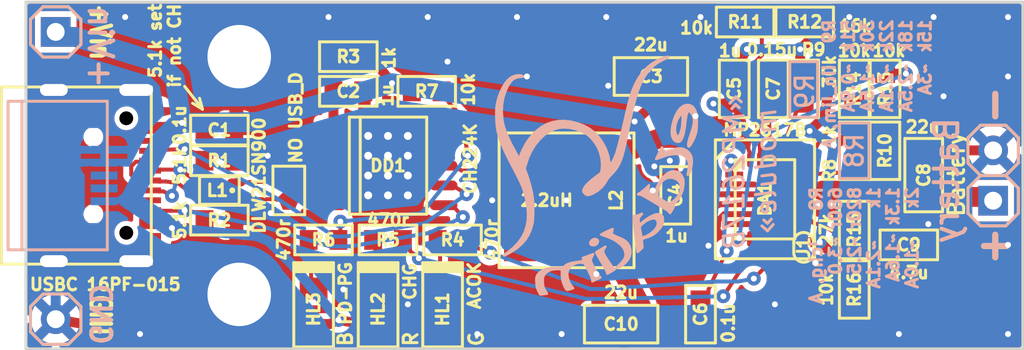
<source format=kicad_pcb>
(kicad_pcb (version 20221018) (generator pcbnew)
  (layers (0 "F.Cu" signal) (31 "B.Cu" signal) (35 "F.Paste" user) (36 "B.SilkS" user "B.Silkscreen") (37 "F.SilkS" user "F.Silkscreen") (38 "B.Mask" user) (39 "F.Mask" user) (44 "Edge.Cuts" user))
  (net 0 "")
  (net 1 "GND")
  (net 2 "+USBvcc")
  (net 3 "GNDP")
  (net 4 "/+CH_VDD")
  (net 5 "/MP_VCC")
  (net 6 "Net-(DA1-BST)")
  (net 7 "+VCC")
  (net 8 "Net-(DA1-TMR)")
  (net 9 "/+BATT")
  (net 10 "/+LX1")
  (net 11 "/CHG")
  (net 12 "/ACOK")
  (net 13 "/SFB")
  (net 14 "Net-(DA1-ISET)")
  (net 15 "/NTC")
  (net 16 "/ILIM")
  (net 17 "/VLIM")
  (net 18 "/CH_DP")
  (net 19 "/CH_DM")
  (net 20 "/USB_CC2")
  (net 21 "/USB_CC1")
  (net 22 "Net-(DD1-Vbus)")
  (net 23 "/CH_PG")
  (net 24 "Net-(HL1-PadC)")
  (net 25 "Net-(HL2-PadC)")
  (net 26 "Net-(HL3-PadC)")
  (net 27 "/USB_DM")
  (net 28 "/USB_DP")
  (footprint "Capacitors:CAP0603" (layer "F.Cu") (at 134 98.25 -90)
    (fp_text reference "C6")
    (fp_text value "0.1u")
  )
  (footprint "Resistors:RES0603" (layer "F.Cu") (at 141.75 97 -90)
    (fp_text reference "R16")
    (fp_text value "10k")
  )
  (footprint "Capacitors:CAP0603" (layer "F.Cu") (at 144.5 94.75)
    (fp_text reference "C9")
    (fp_text value "4.7u")
  )
  (footprint "Connectors:PLS-1" (layer "F.Cu") (at 101.5 84)
    (fp_text reference "XP1" hide)
    (fp_text value "+Vin")
  )
  (footprint "Resistors:RES0603" (layer "F.Cu") (at 141.75 86.875 90)
    (fp_text reference "R14")
    (fp_text value "10k")
  )
  (footprint "Capacitors:CAP0805" (layer "F.Cu") (at 145.25 91.23 90)
    (fp_text reference "C8")
    (fp_text value "22u")
  )
  (footprint "Resistors:RES0603" (layer "F.Cu") (at 136.25 83.5)
    (fp_text reference "R11")
    (fp_text value "10k")
  )
  (footprint "PCB_details:Hole_for_M3_small" (layer "F.Cu") (at 110.75 97.25)
    (fp_text reference "Hole2" hide)
    (fp_text value "HoleMetalled" hide)
  )
  (footprint "Resistors:RES0603" (layer "F.Cu") (at 139.2 86.875 90)
    (fp_text reference "R9")
    (fp_text value "30k")
  )
  (footprint "Capacitors:CAP0603" (layer "F.Cu") (at 135.7 86.875 90)
    (fp_text reference "C5")
    (fp_text value "1u")
  )
  (footprint "Resistors:RES0603" (layer "F.Cu") (at 143.3034 86.875 -90)
    (fp_text reference "R13")
    (fp_text value "10k")
  )
  (footprint "Connectors:for_PolarOut_PLS-2" (layer "F.Cu") (at 148.75 91.25 90)
    (fp_text reference "GB1" hide)
    (fp_text value "Battery")
  )
  (footprint "PCB_details:Jump_0.5mm" (layer "F.Cu") (at 139.2 94.875 -90)
    (fp_text reference "J1")
    (fp_text value "Jumper" hide)
  )
  (footprint "Resistors:RES0603" (layer "F.Cu") (at 109.75 90.5)
    (fp_text reference "R1")
    (fp_text value "5.1k")
  )
  (footprint "Resistors:RES0603" (layer "F.Cu") (at 120.2 87 180)
    (fp_text reference "R7")
    (fp_text value "10k")
  )
  (footprint "Resistors:RES0603" (layer "F.Cu") (at 115 94.5)
    (fp_text reference "R6")
    (fp_text value "470r")
  )
  (footprint "Resistors:RES0603" (layer "F.Cu") (at 141.75 94 -90)
    (fp_text reference "R15")
    (fp_text value "27k")
  )
  (footprint "LEDs:LED0805" (layer "F.Cu") (at 114.5 98 90)
    (fp_text reference "HL3")
    (fp_text value "PD-PG")
  )
  (footprint "Inductors:Choke_0805" (layer "F.Cu") (at 109.75 92 180)
    (fp_text reference "L1")
    (fp_text value "DLW21SN900")
  )
  (footprint "SOP,_MSOP,_TSSOP:HESOP10" (layer "F.Cu") (at 118.25 90.75)
    (fp_text reference "DD1")
    (fp_text value "CH224K")
  )
  (footprint "Capacitors:CAP0603" (layer "F.Cu") (at 109.75 88.9578)
    (fp_text reference "C1")
    (fp_text value "0.1u")
  )
  (footprint "Capacitors:CAP0805" (layer "F.Cu") (at 130 98.75 180)
    (fp_text reference "C10")
    (fp_text value "22u")
  )
  (footprint "PCB_details:Hole_for_M3_small" (layer "F.Cu") (at 110.75 85.25)
    (fp_text reference "Hole1" hide)
    (fp_text value "HoleMetalled" hide)
  )
  (footprint "PCB_details:FuseSolder" (layer "F.Cu") (at 113.25 91.977 -90)
    (fp_text reference "fus1" hide)
    (fp_text value "NO USB_D")
  )
  (footprint "Inductors:IND_5.7x5.7_5D28" (layer "F.Cu") (at 127.25 92.5 -90)
    (fp_text reference "L2")
    (fp_text value "2.2uH")
  )
  (footprint "Capacitors:CAP0603" (layer "F.Cu") (at 132.75 92.25 -90)
    (fp_text reference "C4")
    (fp_text value "1u")
  )
  (footprint "Resistors:RES0603" (layer "F.Cu") (at 118.25 94.5)
    (fp_text reference "R5")
    (fp_text value "470r")
  )
  (footprint "Connectors:PLS-1Rnd" (layer "F.Cu") (at 101.5 98.5)
    (fp_text reference "XP2" hide)
    (fp_text value "GND")
  )
  (footprint "LEDs:LED0805" (layer "F.Cu") (at 121 98 90)
    (fp_text reference "HL1")
    (fp_text value "ACOK")
  )
  (footprint "Capacitors:CAP0603" (layer "F.Cu") (at 137.6719 86.875 90)
    (fp_text reference "C7")
    (fp_text value "0.15u")
  )
  (footprint "Connectors:USB-C_16pin_16PF-015" (layer "F.Cu") (at 105.5575 91.25 -90)
    (fp_text reference "XS1" hide)
    (fp_text value "USBC 16PF-015")
  )
  (footprint "Capacitors:CAP0603" (layer "F.Cu") (at 116.25 87)
    (fp_text reference "C2")
    (fp_text value "1u")
  )
  (footprint "Resistors:RES0603" (layer "F.Cu") (at 121.5 94.5)
    (fp_text reference "R4")
    (fp_text value "470r")
  )
  (footprint "Resistors:RES0603" (layer "F.Cu") (at 116.25 85.25 180)
    (fp_text reference "R3")
    (fp_text value "1k")
  )
  (footprint "Resistors:RES0603" (layer "F.Cu") (at 141.75 90 90)
    (fp_text reference "R8")
    (fp_text value "1k")
  )
  (footprint "Resistors:RES0603" (layer "F.Cu") (at 143.2921 90 90)
    (fp_text reference "R10")
    (fp_text value "DNP" hide)
  )
  (footprint "QFN,_DFN,_LGA:FCQFN20" (layer "F.Cu") (at 137.25 92.45)
    (fp_text reference "DA1")
    (fp_text value "MP2617B")
  )
  (footprint "Capacitors:CAP0805" (layer "F.Cu") (at 131.5 86.25 180)
    (fp_text reference "C3")
    (fp_text value "22u")
  )
  (footprint "Resistors:RES0603" (layer "F.Cu") (at 109.75 93.5)
    (fp_text reference "R2")
    (fp_text value "5.1k")
  )
  (footprint "Resistors:RES0603" (layer "F.Cu") (at 139.25 83.5)
    (fp_text reference "R12")
    (fp_text value "16k")
  )
  (footprint "LEDs:LED0805" (layer "F.Cu") (at 117.75 98 90)
    (fp_text reference "HL2")
    (fp_text value "CHG")
  )
  (footprint "Graphics:Eldalim_12x10" (layer "B.Cu") (at 128.75 91.25 -90)
    (fp_text reference "Logo1" hide)
    (fp_text value "Eldalim" hide)
  )
  (footprint "Connectors:USB-micro_B" (layer "B.Cu") (at 101.25 91.25)
    (fp_text reference "XS2" hide)
    (fp_text value "USB-micro B" hide)
  )
  (gr_rect (start 138.5 85.5) (end 139.9 88.3) (stroke (width 0.15)) (fill none) (layer "B.SilkS"))
  (gr_rect (start 141 88.6) (end 142.5 91.4) (stroke (width 0.15)) (fill none) (layer "B.SilkS"))
  (gr_line (start 108.9 87.9) (end 108.4 87.6) (stroke (width 0.15)) (layer "F.SilkS"))
  (gr_line (start 108.9 87.9) (end 108.75 87.35) (stroke (width 0.15)) (layer "F.SilkS"))
  (gr_line (start 108 86.75) (end 108.9 87.9) (stroke (width 0.15)) (layer "F.SilkS"))
  (gr_rect (start 100 82.5) (end 150.25 100) (stroke (width 0.15)) (fill none) (layer "Edge.Cuts"))
  (gr_text "R8" (at 141.75 90 90) (layer "B.SilkS") (effects (font (size 0.9 0.9)) (justify mirror)))
  (gr_text "GND" (at 103.75 98.25 -90) (layer "B.SilkS") (effects (font (size 1 1) (thickness 0.2) bold) (justify mirror)))
  (gr_text "R8	 Ichg, A\n680r ~3.0\n820r ~2.5\n1k	 ~2.1A\n1.3k ~1.6A\n2k	 ~1.0A" (at 142.25 91.75 90) (layer "B.SilkS") (effects (font (size 0.6 0.6) (thickness 0.15) bold) (justify left mirror)))
  (gr_text "R9	Iin_lim, A\n51k	~0.9A\n30k	~1.5A\n22k	~2.1A\n18k	~2.5A\n15k	~3A" (at 142.9 83.3 90) (layer "B.SilkS") (effects (font (size 0.6 0.6) (thickness 0.15) bold) (justify left mirror)))
  (gr_text "R9" (at 139.25 87 90) (layer "B.SilkS") (effects (font (size 0.9 0.9)) (justify mirror)))
  (gr_text "+Vin" (at 103.75 84.75 -90) (layer "B.SilkS") (effects (font (size 1.2 1.2) (thickness 0.2) bold) (justify mirror)))
  (gr_text "Battery" (at 146.4 91.5 90) (layer "B.SilkS") (effects (font (size 1.2 1.2) (thickness 0.2) bold) (justify mirror)))
  (gr_text "«MP2617B\nmodule»" (at 136.5 91 90) (layer "B.SilkS") (effects (font (size 1 1) (thickness 0.15) italic) (justify mirror)))
  (gr_text "B" (at 116.1 99.5 90) (layer "F.SilkS") (effects (font (size 0.7 0.7))))
  (gr_text "5.1k set\nif not CH" (at 107 82.5 90) (layer "F.SilkS") (effects (font (size 0.6 0.6)) (justify right)))
  (gr_text "R" (at 119.4 99.5 90) (layer "F.SilkS") (effects (font (size 0.7 0.7))))
  (gr_text "G" (at 122.7 99.5 90) (layer "F.SilkS") (effects (font (size 0.7 0.7))))
  (segment (start 139.5 89) (end 139.9179 88.601) (width 0.5) (layer "F.Cu") (net 1))
  (segment (start 138.7 86.125) (end 138.1719 86.125) (width 0.5) (layer "F.Cu") (net 1))
  (segment (start 140.552 86.4097) (end 141.1464 86.325) (width 0.5) (layer "F.Cu") (net 1))
  (segment (start 135.7 86.125) (end 135.95 85.925) (width 0.5) (layer "F.Cu") (net 1))
  (segment (start 137 93.7944) (end 136.7071 93.7) (width 0.3) (layer "F.Cu") (net 1))
  (segment (start 139.0254 85.675) (end 139.0254 84.8749) (width 0.5) (layer "F.Cu") (net 1))
  (segment (start 139.0254 84.8749) (end 139.6536 84.25) (width 0.5) (layer "F.Cu") (net 1))
  (segment (start 140.7002 95.2836) (end 140.1731 94.7565) (width 0.5) (layer "F.Cu") (net 1))
  (segment (start 138.8 93.7) (end 139.1 93.7) (width 0.3) (layer "F.Cu") (net 1))
  (segment (start 139.7 86.325) (end 139.45 86.325) (width 0.5) (layer "F.Cu") (net 1))
  (segment (start 137 93.7944) (end 137.2929 93.7) (width 0.3) (layer "F.Cu") (net 1))
  (segment (start 142 89.25) (end 142.25 89.25) (width 0.5) (layer "F.Cu") (net 1))
  (segment (start 140.2501 88.2029) (end 140.552 86.4097) (width 0.5) (layer "F.Cu") (net 1))
  (segment (start 141.1464 89.45) (end 141.25 89.45) (width 0.5) (layer "F.Cu") (net 1))
  (segment (start 141.75 97.75) (end 141.5 97.55) (width 0.5) (layer "F.Cu") (net 1))
  (segment (start 140.7238 89.7097) (end 141.1464 89.45) (width 0.5) (layer "F.Cu") (net 1))
  (segment (start 139.8 83.75) (end 140 83.5) (width 0.5) (layer "F.Cu") (net 1))
  (segment (start 135.95 85.675) (end 135.95 85.5714) (width 0.5) (layer "F.Cu") (net 1))
  (segment (start 141.25 89.45) (end 141.5 89.45) (width 0.5) (layer "F.Cu") (net 1))
  (segment (start 139.9179 88.601) (end 140.226 88.2929) (width 0.5) (layer "F.Cu") (net 1))
  (segment (start 137 94.45) (end 137 94.2) (width 0.3) (layer "F.Cu") (net 1))
  (segment (start 143.0421 89.25) (end 143.2921 89.25) (width 0.5) (layer "F.Cu") (net 1))
  (segment (start 136.1217 85.24) (end 136.3413 84.8691) (width 0.5) (layer "F.Cu") (net 1))
  (segment (start 141.1464 97.55) (end 141 97.4036) (width 0.5) (layer "F.Cu") (net 1))
  (segment (start 140.552 86.4097) (end 139.8036 86.325) (width 0.5) (layer "F.Cu") (net 1))
  (segment (start 138.5 93.7) (end 138.8 93.7) (width 0.3) (layer "F.Cu") (net 1))
  (segment (start 139.1 93.7) (end 139.2 94.625) (width 0.3) (layer "F.Cu") (net 1))
  (segment (start 139.2 86.125) (end 138.95 86.125) (width 0.5) (layer "F.Cu") (net 1))
  (segment (start 141.75 89.25) (end 142 89.25) (width 0.5) (layer "F.Cu") (net 1))
  (segment (start 141.5 97.55) (end 141.25 97.55) (width 0.5) (layer "F.Cu") (net 1))
  (segment (start 139.8036 86.325) (end 139.7 86.325) (width 0.5) (layer "F.Cu") (net 1))
  (segment (start 138.95 86.125) (end 138.7 86.125) (width 0.5) (layer "F.Cu") (net 1))
  (segment (start 141 97.4036) (end 140.6999 96.9279) (width 0.5) (layer "F.Cu") (net 1))
  (segment (start 137.2929 93.7) (end 138.5 93.7) (width 0.3) (layer "F.Cu") (net 1))
  (segment (start 141.25 86.325) (end 141.5 86.325) (width 0.5) (layer "F.Cu") (net 1))
  (segment (start 141.5 86.325) (end 141.75 86.125) (width 0.5) (layer "F.Cu") (net 1))
  (segment (start 135.95 85.925) (end 135.95 85.675) (width 0.5) (layer "F.Cu") (net 1))
  (segment (start 139.6536 84.25) (end 139.8 84.1036) (width 0.5) (layer "F.Cu") (net 1))
  (segment (start 141.1464 86.325) (end 141.25 86.325) (width 0.5) (layer "F.Cu") (net 1))
  (segment (start 141.5 89.45) (end 141.75 89.25) (width 0.5) (layer "F.Cu") (net 1))
  (segment (start 140.1731 94.7565) (end 140.0106 94.6038) (width 0.5) (layer "F.Cu") (net 1))
  (segment (start 135.95 85.5714) (end 136.1217 85.24) (width 0.5) (layer "F.Cu") (net 1))
  (segment (start 136 93.7) (end 135.7 93.7) (width 0.3) (layer "F.Cu") (net 1))
  (segment (start 137 94.2) (end 137 93.7944) (width 0.3) (layer "F.Cu") (net 1))
  (segment (start 137.9219 86.125) (end 137.6719 86.125) (width 0.5) (layer "F.Cu") (net 1))
  (segment (start 139.2 86.125) (end 139.0254 85.925) (width 0.5) (layer "F.Cu") (net 1))
  (segment (start 138.1719 86.125) (end 137.9219 86.125) (width 0.5) (layer "F.Cu") (net 1))
  (segment (start 140.6999 96.9279) (end 140.7002 95.2836) (width 0.5) (layer "F.Cu") (net 1))
  (segment (start 139.45 86.325) (end 139.2 86.125) (width 0.5) (layer "F.Cu") (net 1))
  (segment (start 139.8 84) (end 139.8 83.75) (width 0.5) (layer "F.Cu") (net 1))
  (segment (start 136.7071 93.7) (end 136 93.7) (width 0.3) (layer "F.Cu") (net 1))
  (segment (start 142.7921 89.25) (end 143.0421 89.25) (width 0.5) (layer "F.Cu") (net 1))
  (segment (start 139.0254 85.925) (end 139.0254 85.675) (width 0.5) (layer "F.Cu") (net 1))
  (segment (start 142.25 89.25) (end 142.7921 89.25) (width 0.5) (layer "F.Cu") (net 1))
  (segment (start 140.226 88.2929) (end 140.2501 88.2029) (width 0.5) (layer "F.Cu") (net 1))
  (segment (start 139.8 84.1036) (end 139.8 84) (width 0.5) (layer "F.Cu") (net 1))
  (segment (start 141.25 97.55) (end 141.1464 97.55) (width 0.5) (layer "F.Cu") (net 1))
  (segment (start 139.2 94.625) (end 140.0106 94.6038) (width 0.5) (layer "F.Cu") (net 1))
  (via (at 139.0254 84.8749) (size 0.7) (drill 0.3) (layers "F.Cu" "B.Cu") (net 1))
  (via (at 140.0106 94.6038) (size 0.7) (drill 0.3) (layers "F.Cu" "B.Cu") (net 1))
  (via (at 139.5 89) (size 0.7) (drill 0.3) (layers "F.Cu" "B.Cu") (net 1))
  (via (at 136.3413 84.8691) (size 0.7) (drill 0.3) (layers "F.Cu" "B.Cu") (net 1))
  (via (at 140.7238 89.7097) (size 0.7) (drill 0.3) (layers "F.Cu" "B.Cu") (net 1))
  (segment (start 139.0254 84.8749) (end 136.3413 84.8691) (width 0.5) (layer "B.Cu") (net 1))
  (segment (start 140.0106 94.6038) (end 140.7238 89.7097) (width 0.5) (layer "B.Cu") (net 1))
  (segment (start 140.7238 89.7097) (end 139.5 89) (width 0.5) (layer "B.Cu") (net 1))
  (segment (start 107.8694 88.5894) (end 106.9939 88.8) (width 0.5) (layer "F.Cu") (net 2))
  (segment (start 117.45 85.5) (end 117.2 85.5) (width 0.5) (layer "F.Cu") (net 2))
  (segment (start 135.3 83.75) (end 135.5 83.5) (width 0.5) (layer "F.Cu") (net 2))
  (segment locked (start 134.1579 92.0251) (end 134.8979 92.2) (width 0.3) (layer "F.Cu") (net 2))
  (segment (start 106.5575 93.7) (end 106.8075 93.7) (width 0.5) (layer "F.Cu") (net 2))
  (segment (start 118.4499 86.5893) (end 117.7 85.6464) (width 0.5) (layer "F.Cu") (net 2))
  (segment (start 108.4464 88.7078) (end 108.55 88.7078) (width 0.5) (layer "F.Cu") (net 2))
  (segment (start 120.55 99.05) (end 120.3 99.05) (width 0.5) (layer "F.Cu") (net 2))
  (segment (start 132.4546 90.4999) (end 132.65 91.05) (width 0.5) (layer "F.Cu") (net 2))
  (segment (start 116.9464 98.75) (end 115.7501 98.5396) (width 0.5) (layer "F.Cu") (net 2))
  (segment (start 132.1036 87.2) (end 132.25 87.0536) (width 0.5) (layer "F.Cu") (net 2))
  (segment (start 120.3 99.05) (end 118.45 99.05) (width 0.5) (layer "F.Cu") (net 2))
  (segment (start 133.4157 91.55) (end 133.9254 92.0251) (width 0.8) (layer "F.Cu") (net 2))
  (segment (start 117.5536 85.5) (end 117.45 85.5) (width 0.5) (layer "F.Cu") (net 2))
  (segment (start 132.55 86.25) (end 132.85 85.8) (width 0.5) (layer "F.Cu") (net 2))
  (segment (start 117.2 85.5) (end 117 85.25) (width 0.5) (layer "F.Cu") (net 2))
  (segment (start 117.3 98.75) (end 117.05 98.75) (width 0.5) (layer "F.Cu") (net 2))
  (segment (start 106.8075 93.7) (end 106.9111 93.7) (width 0.5) (layer "F.Cu") (net 2))
  (segment (start 118.45 99.05) (end 118.2 99.05) (width 0.5) (layer "F.Cu") (net 2))
  (segment (start 130.6787 88.5227) (end 132.1036 87.2) (width 0.5) (layer "F.Cu") (net 2))
  (segment (start 135.4 92.2) (end 136.05 92.2) (width 0.3) (layer "F.Cu") (net 2))
  (segment (start 134.7418 92.1631) (end 134.207 92.2703) (width 0.3) (layer "F.Cu") (net 2))
  (segment (start 133.1 85.8) (end 133.2036 85.8) (width 0.5) (layer "F.Cu") (net 2))
  (segment (start 132.75 91.5) (end 132.85 91.55) (width 0.8) (layer "F.Cu") (net 2))
  (segment (start 118.8964 86.75) (end 119 86.75) (width 0.5) (layer "F.Cu") (net 2))
  (segment (start 108.55 88.7078) (end 108.8 88.7078) (width 0.5) (layer "F.Cu") (net 2))
  (segment (start 132.65 91.3) (end 132.75 91.5) (width 0.5) (layer "F.Cu") (net 2))
  (segment (start 117.7 85.6464) (end 117.5536 85.5) (width 0.5) (layer "F.Cu") (net 2))
  (segment (start 135.3 84) (end 135.3 83.75) (width 0.5) (layer "F.Cu") (net 2))
  (segment (start 121 99.05) (end 120.55 99.05) (width 0.5) (layer "F.Cu") (net 2))
  (segment (start 119 86.75) (end 119.25 86.75) (width 0.5) (layer "F.Cu") (net 2))
  (segment (start 132.25 86.7) (end 132.55 86.25) (width 0.5) (layer "F.Cu") (net 2))
  (segment (start 119.25 86.75) (end 119.45 87) (width 0.5) (layer "F.Cu") (net 2))
  (segment (start 134.7418 92.1631) (end 134.3116 91.8279) (width 0.3) (layer "F.Cu") (net 2))
  (segment (start 106.2575 93.65) (end 106.5575 93.7) (width 0.5) (layer "F.Cu") (net 2))
  (segment (start 132.85 91.55) (end 133.25 91.55) (width 0.8) (layer "F.Cu") (net 2))
  (segment (start 132.65 91.05) (end 132.65 91.3) (width 0.5) (layer "F.Cu") (net 2))
  (segment (start 131.6727 90.8238) (end 132.25 91.45) (width 0.5) (layer "F.Cu") (net 2))
  (segment (start 133.9254 92.0251) (end 134.1579 92.0251) (width 0.8) (layer "F.Cu") (net 2))
  (segment (start 117.75 99.05) (end 117.3 98.75) (width 0.5) (layer "F.Cu") (net 2))
  (segment (start 115.3036 98.75) (end 115.2 98.75) (width 0.5) (layer "F.Cu") (net 2))
  (segment (start 115.7501 98.5396) (end 115.3036 98.75) (width 0.5) (layer "F.Cu") (net 2))
  (segment (start 132.25 87.0536) (end 132.25 86.95) (width 0.5) (layer "F.Cu") (net 2))
  (segment (start 118.4499 86.5893) (end 118.8964 86.75) (width 0.5) (layer "F.Cu") (net 2))
  (segment (start 131.6727 90.7878) (end 131.6727 90.8238) (width 0.5) (layer "F.Cu") (net 2))
  (segment (start 135.3 84.1036) (end 135.3 84) (width 0.5) (layer "F.Cu") (net 2))
  (segment (start 107.8694 88.5894) (end 108.4464 88.7078) (width 0.5) (layer "F.Cu") (net 2))
  (segment (start 108.8 88.7078) (end 109 88.9578) (width 0.5) (layer "F.Cu") (net 2))
  (segment (start 118.2 99.05) (end 117.75 99.05) (width 0.5) (layer "F.Cu") (net 2))
  (segment (start 106.9111 93.7) (end 107.3584 93.9019) (width 0.5) (layer "F.Cu") (net 2))
  (segment (start 106.9939 88.8) (end 106.8075 88.8) (width 0.5) (layer "F.Cu") (net 2))
  (segment (start 132.85 85.8) (end 133.1 85.8) (width 0.5) (layer "F.Cu") (net 2))
  (segment (start 132.25 86.95) (end 132.25 86.7) (width 0.5) (layer "F.Cu") (net 2))
  (segment (start 132.25 91.45) (end 132.5 91.45) (width 0.5) (layer "F.Cu") (net 2))
  (segment (start 132.5 91.45) (end 132.75 91.5) (width 0.5) (layer "F.Cu") (net 2))
  (segment (start 133.25 91.55) (end 133.4157 91.55) (width 0.8) (layer "F.Cu") (net 2))
  (segment (start 106.8075 88.8) (end 106.5575 88.8) (width 0.5) (layer "F.Cu") (net 2))
  (segment (start 117.05 98.75) (end 116.9464 98.75) (width 0.5) (layer "F.Cu") (net 2))
  (segment (start 115.2 98.75) (end 114.95 98.75) (width 0.5) (layer "F.Cu") (net 2))
  (segment (start 133.2036 85.8) (end 135.1536 84.25) (width 0.5) (layer "F.Cu") (net 2))
  (segment (start 135.1536 84.25) (end 135.3 84.1036) (width 0.5) (layer "F.Cu") (net 2))
  (segment (start 134.8979 92.2) (end 135.4 92.2) (width 0.3) (layer "F.Cu") (net 2))
  (segment (start 106.5575 88.8) (end 106.2575 88.85) (width 0.5) (layer "F.Cu") (net 2))
  (segment (start 114.95 98.75) (end 114.5 99.05) (width 0.5) (layer "F.Cu") (net 2))
  (via (at 130.6787 88.5227) (size 0.7) (drill 0.3) (layers "F.Cu" "B.Cu") (net 2))
  (via (at 107.3584 93.9019) (size 0.7) (drill 0.3) (layers "F.Cu" "B.Cu") (net 2))
  (via (at 107.8694 88.5894) (size 0.7) (drill 0.3) (layers "F.Cu" "B.Cu") (net 2))
  (via (at 115.7501 98.5396) (size 0.7) (drill 0.3) (layers "F.Cu" "B.Cu") (net 2))
  (via (at 132.4546 90.4999) (size 0.7) (drill 0.3) (layers "F.Cu" "B.Cu") (net 2))
  (via (at 118.4499 86.5893) (size 0.7) (drill 0.3) (layers "F.Cu" "B.Cu") (net 2))
  (via (at 131.6727 90.7878) (size 0.7) (drill 0.3) (layers "F.Cu" "B.Cu") (net 2))
  (segment (start 111.6612 94.3202) (end 111.5829 94.3005) (width 0.5) (layer "B.Cu") (net 2))
  (segment (start 104.6771 92.5) (end 105.0478 92.7654) (width 0.3) (layer "B.Cu") (net 2))
  (segment (start 102.25 84.25) (end 101.75 84.25) (width 1) (layer "B.Cu") (net 2))
  (segment (start 111.6263 88.5501) (end 111.7716 88.5136) (width 1) (layer "B.Cu") (net 2))
  (segment (start 107.8694 88.5894) (end 111.6263 88.5501) (width 1) (layer "B.Cu") (net 2))
  (segment (start 111.5829 94.3005) (end 107.3584 93.9019) (width 0.5) (layer "B.Cu") (net 2))
  (segment (start 113.4225 95.7491) (end 112.2509 94.5775) (width 0.5) (layer "B.Cu") (net 2))
  (segment (start 118.4499 86.5893) (end 130.6787 88.5227) (width 1) (layer "B.Cu") (net 2))
  (segment (start 104.6771 92.5) (end 104.615 92.5) (width 0.3) (layer "B.Cu") (net 2))
  (segment (start 112.1817 94.536) (end 111.6612 94.3202) (width 0.5) (layer "B.Cu") (net 2))
  (segment (start 111.7716 88.5136) (end 118.4499 86.5893) (width 1) (layer "B.Cu") (net 2))
  (segment (start 104.615 92.5) (end 104.465 92.5) (width 0.3) (layer "B.Cu") (net 2))
  (segment (start 106.7053 85.5545) (end 106.6604 85.5359) (width 1) (layer "B.Cu") (net 2))
  (segment (start 107.483 86.3322) (end 106.7053 85.5545) (width 1) (layer "B.Cu") (net 2))
  (segment (start 107.3584 93.9019) (end 105.2515 92.4807) (width 1) (layer "B.Cu") (net 2))
  (segment (start 104.465 92.5) (end 103.94 92.55) (width 0.3) (layer "B.Cu") (net 2))
  (segment (start 104.6771 92.5) (end 105.0292 92.2104) (width 0.3) (layer "B.Cu") (net 2))
  (segment (start 106.8498 89.4391) (end 107.5235 88.7654) (width 1) (layer "B.Cu") (net 2))
  (segment (start 107.8694 88.5894) (end 107.5016 86.3771) (width 1) (layer "B.Cu") (net 2))
  (segment (start 102.4571 84.25) (end 102.25 84.25) (width 1) (layer "B.Cu") (net 2))
  (segment (start 107.5016 86.3771) (end 107.483 86.3322) (width 1) (layer "B.Cu") (net 2))
  (segment (start 107.5235 88.7654) (end 107.8694 88.5894) (width 1) (layer "B.Cu") (net 2))
  (segment (start 130.6787 88.5227) (end 131.6727 90.7878) (width 1) (layer "B.Cu") (net 2))
  (segment (start 105.2515 92.4807) (end 106.8498 89.4391) (width 1) (layer "B.Cu") (net 2))
  (segment (start 115.7501 98.5396) (end 113.4225 95.7491) (width 0.5) (layer "B.Cu") (net 2))
  (segment (start 131.6727 90.7878) (end 132.4546 90.4999) (width 1) (layer "B.Cu") (net 2))
  (segment (start 106.6604 85.5359) (end 102.4571 84.25) (width 1) (layer "B.Cu") (net 2))
  (segment (start 105.2515 92.4807) (end 104.6771 92.5) (width 0.3) (layer "B.Cu") (net 2))
  (segment (start 101.75 84.25) (end 101.5 84) (width 1) (layer "B.Cu") (net 2))
  (segment (start 112.2509 94.5775) (end 112.1817 94.536) (width 0.5) (layer "B.Cu") (net 2))
  (segment (start 116.6358 89.5) (end 116.75 89.5) (width 0.5) (layer "F.Cu") (net 3))
  (segment (start 145.7 89.98) (end 145.95 89.98) (width 0.5) (layer "F.Cu") (net 3))
  (segment (start 111.0536 93.25) (end 112.3325 93.1477) (width 0.5) (layer "F.Cu") (net 3))
  (segment (start 117.25 89.25) (end 117.125 89) (width 0.5) (layer "F.Cu") (net 3))
  (segment (start 110.7 88.3542) (end 110.75 85.25) (width 0.5) (layer "F.Cu") (net 3))
  (segment (start 101.4075 86.93) (end 101.8075 86.93) (width 0.5) (layer "F.Cu") (net 3))
  (segment (start 128.7494 98.05) (end 128.7494 96.2251) (width 0.5) (layer "F.Cu") (net 3))
  (segment (start 115.9 89.75) (end 116.6358 89.5) (width 0.5) (layer "F.Cu") (net 3))
  (segment (start 131.6999 92.1779) (end 131.5939 92.0039) (width 0.5) (layer "F.Cu") (net 3))
  (segment (start 145.25 90.18) (end 145.7 89.98) (width 0.5) (layer "F.Cu") (net 3))
  (segment (start 130.15 86.7) (end 129.9 86.7) (width 0.5) (layer "F.Cu") (net 3))
  (segment (start 145.25 94.75) (end 145.45 94.5) (width 0.5) (layer "F.Cu") (net 3))
  (segment (start 110.5 93.5) (end 110.7 93.75) (width 0.5) (layer "F.Cu") (net 3))
  (segment (start 105.9575 94.5) (end 106.2575 94.45) (width 0.5) (layer "F.Cu") (net 3))
  (segment (start 134.8785 93.7995) (end 134.8242 93.9305) (width 0.3) (layer "F.Cu") (net 3))
  (segment (start 105.9575 94.75) (end 105.9575 94.5) (width 0.5) (layer "F.Cu") (net 3))
  (segment (start 128.7494 98.3) (end 128.7494 98.05) (width 0.5) (layer "F.Cu") (net 3))
  (segment (start 145.45 94.25) (end 145.45 94.1464) (width 0.5) (layer "F.Cu") (net 3))
  (segment (start 105.5575 86.93) (end 106.1075 86.93) (width 0.5) (layer "F.Cu") (net 3))
  (segment (start 110.7 93.75) (end 110.7 94) (width 0.5) (layer "F.Cu") (net 3))
  (segment (start 117.125 89) (end 117.125 88.75) (width 0.5) (layer "F.Cu") (net 3))
  (segment (start 110.7 93.25) (end 110.95 93.25) (width 0.5) (layer "F.Cu") (net 3))
  (segment (start 145.45 94.1464) (end 145.4815 93.6999) (width 0.5) (layer "F.Cu") (net 3))
  (segment (start 119.5 89.5) (end 119.75 89.5) (width 0.5) (layer "F.Cu") (net 3))
  (segment (start 134.8242 93.9305) (end 134.4014 94.7929) (width 0.3) (layer "F.Cu") (net 3))
  (segment (start 132.75 93) (end 132.5 92.8) (width 0.5) (layer "F.Cu") (net 3))
  (segment (start 135.1929 93.2) (end 134.9 93.4929) (width 0.3) (layer "F.Cu") (net 3))
  (segment (start 120.6 89.75) (end 121.05 89.75) (width 0.5) (layer "F.Cu") (net 3))
  (segment (start 129.9 86.7) (end 129.7964 86.7) (width 0.5) (layer "F.Cu") (net 3))
  (segment (start 110.5 90) (end 110.5 89.4578) (width 0.5) (layer "F.Cu") (net 3))
  (segment (start 105.9575 95.57) (end 105.9575 94.75) (width 0.5) (layer "F.Cu") (net 3))
  (segment (start 116.75 89.5) (end 117 89.5) (width 0.5) (layer "F.Cu") (net 3))
  (segment (start 101.8075 86.93) (end 105 83.25) (width 0.5) (layer "F.Cu") (net 3))
  (segment (start 105.9575 88) (end 105.9575 87.75) (width 0.5) (layer "F.Cu") (net 3))
  (segment (start 110.5 88.9578) (end 110.7 88.7078) (width 0.5) (layer "F.Cu") (net 3))
  (segment (start 106.1075 86.93) (end 110.75 85.25) (width 0.5) (layer "F.Cu") (net 3))
  (segment (start 110.75 85.25) (end 115.25 83.25) (width 0.5) (layer "F.Cu") (net 3))
  (segment (start 115.45 89.75) (end 115.9 89.75) (width 0.5) (layer "F.Cu") (net 3))
  (segment (start 134.9 93.4929) (end 134.8785 93.7995) (width 0.3) (layer "F.Cu") (net 3))
  (segment (start 110.95 93.25) (end 111.0536 93.25) (width 0.5) (layer "F.Cu") (net 3))
  (segment (start 123.5 92.5) (end 127.25 92.5) (width 0.5) (layer "F.Cu") (net 3))
  (segment (start 145.95 89.98) (end 148.75 89.98) (width 0.5) (layer "F.Cu") (net 3))
  (segment (start 117 89.5) (end 117.25 89.25) (width 0.5) (layer "F.Cu") (net 3))
  (segment (start 141.5 83.25) (end 145.75 83.25) (width 0.5) (layer "F.Cu") (net 3))
  (segment (start 145.45 94.5) (end 145.45 94.25) (width 0.5) (layer "F.Cu") (net 3))
  (segment (start 105.9575 87.75) (end 105.9575 86.93) (width 0.5) (layer "F.Cu") (net 3))
  (segment (start 110.7 90.25) (end 110.5 90.5) (width 0.5) (layer "F.Cu") (net 3))
  (segment (start 129.3499 86.7181) (end 125.25 86.25) (width 0.5) (layer "F.Cu") (net 3))
  (segment (start 149.5 86.25) (end 146.25 87.25) (width 0.5) (layer "F.Cu") (net 3))
  (segment (start 106.2575 88.05) (end 105.9575 88) (width 0.5) (layer "F.Cu") (net 3))
  (segment (start 139.8004 95.6563) (end 139.2 95.125) (width 0.5) (layer "F.Cu") (net 3))
  (segment (start 110.7 94.1036) (end 110.75 97.25) (width 0.5) (layer "F.Cu") (net 3))
  (segment (start 110.5 93.5) (end 110.7 93.25) (width 0.5) (layer "F.Cu") (net 3))
  (segment (start 115 90.75) (end 114.5475 90.25) (width 0.5) (layer "F.Cu") (net 3))
  (segment (start 135.4 93.2) (end 135.1929 93.2) (width 0.3) (layer "F.Cu") (net 3))
  (segment (start 110.5 90.25) (end 110.5 90) (width 0.5) (layer "F.Cu") (net 3))
  (segment (start 117.125 87.25) (end 117 87) (width 0.5) (layer "F.Cu") (net 3))
  (segment (start 110.7 94) (end 110.7 94.1036) (width 0.5) (layer "F.Cu") (net 3))
  (segment (start 110.95 90.25) (end 110.7 90.25) (width 0.5) (layer "F.Cu") (net 3))
  (segment (start 120.25 83.25) (end 124.75 83.25) (width 0.5) (layer "F.Cu") (net 3))
  (segment (start 115 89.75) (end 114.5475 90.25) (width 0.5) (layer "F.Cu") (net 3))
  (segment (start 132.5 92.8) (end 132.25 92.8) (width 0.5) (layer "F.Cu") (net 3))
  (segment (start 105.9575 86.93) (end 105.5575 86.93) (width 0.5) (layer "F.Cu") (net 3))
  (segment (start 110.5 90.5) (end 110.5 90.25) (width 0.5) (layer "F.Cu") (net 3))
  (segment (start 115.45 89.75) (end 115 89.75) (width 0.5) (layer "F.Cu") (net 3))
  (segment (start 136.05 93.2) (end 135.4 93.2) (width 0.3) (layer "F.Cu") (net 3))
  (segment (start 132 92.6536) (end 131.6999 92.1779) (width 0.5) (layer "F.Cu") (net 3))
  (segment (start 114.5475 90.25) (end 112.1865 90.25) (width 0.5) (layer "F.Cu") (net 3))
  (segment (start 110.5 89.4578) (end 110.5 89.2078) (width 0.5) (layer "F.Cu") (net 3))
  (segment (start 122.75 99.25) (end 127 99.25) (width 0.5) (layer "F.Cu") (net 3))
  (segment (start 110.7 88.7078) (end 110.7 88.4578) (width 0.5) (layer "F.Cu") (net 3))
  (segment (start 117.125 88.75) (end 117.125 87.5) (width 0.5) (layer "F.Cu") (net 3))
  (segment (start 112.1865 90.25) (end 110.95 90.25) (width 0.5) (layer "F.Cu") (net 3))
  (segment (start 129.7964 86.7) (end 129.3499 86.7181) (width 0.5) (layer "F.Cu") (net 3))
  (segment (start 117.125 87.5) (end 117.125 87.25) (width 0.5) (layer "F.Cu") (net 3))
  (segment (start 115.45 90.75) (end 115 90.75) (width 0.5) (layer "F.Cu") (net 3))
  (segment (start 132.1464 92.8) (end 132 92.6536) (width 0.5) (layer "F.Cu") (net 3))
  (segment (start 128.95 98.75) (end 128.7494 98.3) (width 0.5) (layer "F.Cu") (net 3))
  (segment (start 110.7 88.4578) (end 110.7 88.3542) (width 0.5) (layer "F.Cu") (net 3))
  (segment (start 132.25 92.8) (end 132.1464 92.8) (width 0.5) (layer "F.Cu") (net 3))
  (segment (start 110.5 89.2078) (end 110.5 88.9578) (width 0.5) (layer "F.Cu") (net 3))
  (segment (start 144 99.25) (end 149.5 99.25) (width 0.5) (layer "F.Cu") (net 3))
  (segment (start 119.75 89.5) (end 119.8642 89.5) (width 0.5) (layer "F.Cu") (net 3))
  (segment (start 119.8642 89.5) (end 120.6 89.75) (width 0.5) (layer "F.Cu") (net 3))
  (segment (start 101.5 98.5) (end 105.75 99.25) (width 0.5) (layer "F.Cu") (net 3))
  (segment (start 119.25 89.25) (end 119.5 89.5) (width 0.5) (layer "F.Cu") (net 3))
  (segment (start 105.5575 95.57) (end 105.9575 95.57) (width 0.5) (layer "F.Cu") (net 3))
  (segment (start 130.45 86.25) (end 130.15 86.7) (width 0.5) (layer "F.Cu") (net 3))
  (segment (start 129.25 83.25) (end 134 83.25) (width 0.5) (layer "F.Cu") (net 3))
  (via (at 146.25 87.25) (size 0.7) (drill 0.3) (layers "F.Cu" "B.Cu") (net 3))
  (via (at 105 83.25) (size 0.7) (drill 0.3) (layers "F.Cu" "B.Cu") (net 3))
  (via (at 133.75 88.25) (size 0.7) (drill 0.3) (layers "F.Cu" "B.Cu") (net 3))
  (via (at 134.4014 94.7929) (size 0.7) (drill 0.3) (layers "F.Cu" "B.Cu") (net 3))
  (via (at 112.3325 93.1477) (size 0.7) (drill 0.3) (layers "F.Cu" "B.Cu") (net 3))
  (via (at 145.75 83.25) (size 0.7) (drill 0.3) (layers "F.Cu" "B.Cu") (net 3))
  (via (at 149.5 94.75) (size 0.7) (drill 0.3) (layers "F.Cu" "B.Cu") (net 3))
  (via (at 129.25 83.25) (size 0.7) (drill 0.3) (layers "F.Cu" "B.Cu") (net 3))
  (via (at 139.8004 95.6563) (size 0.7) (drill 0.3) (layers "F.Cu" "B.Cu") (net 3))
  (via (at 119.25 97.75) (size 0.7) (drill 0.3) (layers "F.Cu" "B.Cu") (net 3))
  (via (at 128.7494 96.2251) (size 0.7) (drill 0.3) (layers "F.Cu" "B.Cu") (net 3))
  (via (at 129.3499 86.7181) (size 0.7) (drill 0.3) (layers "F.Cu" "B.Cu") (net 3))
  (via (at 149.5 99.25) (size 0.7) (drill 0.3) (layers "F.Cu" "B.Cu") (net 3))
  (via (at 121.25 85.5) (size 0.7) (drill 0.3) (layers "F.Cu" "B.Cu") (net 3))
  (via (at 134 83.25) (size 0.7) (drill 0.3) (layers "F.Cu" "B.Cu") (net 3))
  (via (at 112.1865 90.25) (size 0.7) (drill 0.3) (layers "F.Cu" "B.Cu") (net 3))
  (via (at 123.5 92.5) (size 0.7) (drill 0.3) (layers "F.Cu" "B.Cu") (net 3))
  (via (at 105.75 99.25) (size 0.7) (drill 0.3) (layers "F.Cu" "B.Cu") (net 3))
  (via (at 144 99.25) (size 0.7) (drill 0.3) (layers "F.Cu" "B.Cu") (net 3))
  (via (at 127.25 92.5) (size 0.7) (drill 0.3) (layers "F.Cu" "B.Cu") (net 3))
  (via (at 141.5 83.25) (size 0.7) (drill 0.3) (layers "F.Cu" "B.Cu") (net 3))
  (via (at 149.5 86.25) (size 0.7) (drill 0.3) (layers "F.Cu" "B.Cu") (net 3))
  (via (at 122.75 99.25) (size 0.7) (drill 0.3) (layers "F.Cu" "B.Cu") (net 3))
  (via (at 115.25 83.25) (size 0.7) (drill 0.3) (layers "F.Cu" "B.Cu") (net 3))
  (via (at 116 97) (size 0.7) (drill 0.3) (layers "F.Cu" "B.Cu") (net 3))
  (via (at 137.75 97.75) (size 0.7) (drill 0.3) (layers "F.Cu" "B.Cu") (net 3))
  (via (at 131.5939 92.0039) (size 0.7) (drill 0.3) (layers "F.Cu" "B.Cu") (net 3))
  (via (at 127 99.25) (size 0.7) (drill 0.3) (layers "F.Cu" "B.Cu") (net 3))
  (via (at 145.4815 93.6999) (size 0.7) (drill 0.3) (layers "F.Cu" "B.Cu") (net 3))
  (via (at 120.25 83.25) (size 0.7) (drill 0.3) (layers "F.Cu" "B.Cu") (net 3))
  (via (at 125.25 86.25) (size 0.7) (drill 0.3) (layers "F.Cu" "B.Cu") (net 3))
  (via (at 149.5 83.25) (size 0.7) (drill 0.3) (layers "F.Cu" "B.Cu") (net 3))
  (via (at 124.75 83.25) (size 0.7) (drill 0.3) (layers "F.Cu" "B.Cu") (net 3))
  (segment (start 149.5 99.25) (end 149.5 94.75) (width 0.5) (layer "B.Cu") (net 3))
  (segment (start 101.25 88.85) (end 101.25 88.15) (width 0.5) (layer "B.Cu") (net 3))
  (segment (start 101.25 89.1) (end 101.25 88.85) (width 0.5) (layer "B.Cu") (net 3))
  (segment (start 137.75 97.75) (end 144 99.25) (width 0.5) (layer "B.Cu") (net 3))
  (segment (start 134.9482 95.9526) (end 135.6898 95.9526) (width 0.5) (layer "B.Cu") (net 3))
  (segment (start 134 83.25) (end 141.5 83.25) (width 0.5) (layer "B.Cu") (net 3))
  (segment (start 119.5 89.3499) (end 119.25 89.25) (width 0.5) (layer "B.Cu") (net 3))
  (segment (start 105.0075 95.57) (end 105.5575 95.57) (width 0.5) (layer "B.Cu") (net 3))
  (segment (start 133.5047 90.9349) (end 132.798 92.0116) (width 0.5) (layer "B.Cu") (net 3))
  (segment (start 103.94 90.15) (end 103.94 90.4) (width 0.2) (layer "B.Cu") (net 3))
  (segment (start 136.3151 95.5517) (end 137.0607 95.5517) (width 0.5) (layer "B.Cu") (net 3))
  (segment (start 101.25 95.3) (end 101.95 94.875) (width 0.5) (layer "B.Cu") (net 3))
  (segment (start 122.6469 89.3499) (end 119.75 89.3499) (width 0.5) (layer "B.Cu") (net 3))
  (segment (start 101.25 89.8) (end 101.25 89.1) (width 0.5) (layer "B.Cu") (net 3))
  (segment (start 101.5 96) (end 101.25 95.3) (width 0.5) (layer "B.Cu") (net 3))
  (segment (start 103.94 90.05) (end 103.94 90.15) (width 0.2) (layer "B.Cu") (net 3))
  (segment (start 101.25 95.3) (end 101.25 95.57) (width 0.5) (layer "B.Cu") (net 3))
  (segment (start 101.25 87.9) (end 101.25 87.2) (width 0.5) (layer "B.Cu") (net 3))
  (segment (start 102.9 94.875) (end 103.15 94.875) (width 0.5) (layer "B.Cu") (net 3))
  (segment (start 103.94 89.95) (end 104.0005 89.85) (width 0.2) (layer "B.Cu") (net 3))
  (segment (start 101.25 87.2) (end 101.95 87.625) (width 0.5) (layer "B.Cu") (net 3))
  (segment (start 101.4075 86.93) (end 101.25 86.93) (width 0.5) (layer "B.Cu") (net 3))
  (segment (start 104.05 87.5) (end 104.3 87.5) (width 0.5) (layer "B.Cu") (net 3))
  (segment (start 134.4014 94.7929) (end 132.798 92.0116) (width 0.5) (layer "B.Cu") (net 3))
  (segment (start 119.25 97.75) (end 116 97) (width 0.5) (layer "B.Cu") (net 3))
  (segment (start 101.25 93.65) (end 101.25 93.4) (width 0.5) (layer "B.Cu") (net 3))
  (segment (start 135.5218 98.2434) (end 137.75 97.75) (width 0.5) (layer "B.Cu") (net 3))
  (segment (start 103.94 90.4) (end 103.94 90.5) (width 0.2) (layer "B.Cu") (net 3))
  (segment (start 101.25 90.75) (end 101.25 90.5) (width 0.5) (layer "B.Cu") (net 3))
  (segment (start 101.25 95.3) (end 101.25 94.6) (width 0.5) (layer "B.Cu") (net 3))
  (segment (start 127 99.25) (end 135.5218 98.2434) (width 0.5) (layer "B.Cu") (net 3))
  (segment (start 110.75 97.25) (end 106.1075 95.57) (width 0.5) (layer "B.Cu") (net 3))
  (segment (start 115.25 83.25) (end 120.25 83.25) (width 0.5) (layer "B.Cu") (net 3))
  (segment (start 103.94 90.5) (end 103.94 90.6) (width 0.2) (layer "B.Cu") (net 3))
  (segment (start 149.5 83.25) (end 149.5 86.25) (width 0.5) (layer "B.Cu") (net 3))
  (segment (start 119.75 89.3499) (end 119.5 89.3499) (width 0.5) (layer "B.Cu") (net 3))
  (segment (start 125.25 86.25) (end 121.25 85.5) (width 0.5) (layer "B.Cu") (net 3))
  (segment (start 101.25 93.4) (end 101.25 92.7) (width 0.5) (layer "B.Cu") (net 3))
  (segment (start 119.25 97.75) (end 122.75 99.25) (width 0.5) (layer "B.Cu") (net 3))
  (segment (start 103.6 88.05) (end 104.05 87.5) (width 0.5) (layer "B.Cu") (net 3))
  (segment (start 104.4036 95) (end 105.0075 95.57) (width 0.5) (layer "B.Cu") (net 3))
  (segment (start 103.94 89.95) (end 103.94 90.05) (width 0.2) (layer "B.Cu") (net 3))
  (segment (start 145.4815 93.6999) (end 148.75 89.98) (width 0.5) (layer "B.Cu") (net 3))
  (segment (start 104.0005 88.85) (end 104.0005 88.75) (width 0.2) (layer "B.Cu") (net 3))
  (segment (start 128.7494 96.2251) (end 123.5 92.5) (width 0.5) (layer "B.Cu") (net 3))
  (segment (start 101.25 95.57) (end 101.4075 95.57) (width 0.5) (layer "B.Cu") (net 3))
  (segment (start 131.5939 92.0039) (end 122.6469 89.3499) (width 0.5) (layer "B.Cu") (net 3))
  (segment (start 101.25 94.35) (end 101.25 93.65) (width 0.5) (layer "B.Cu") (net 3))
  (segment (start 131.1137 87.4726) (end 133 89) (width 0.5) (layer "B.Cu") (net 3))
  (segment (start 140.3834 95.5039) (end 139.8004 95.6563) (width 0.5) (layer "B.Cu") (net 3))
  (segment (start 102.2 94.875) (end 102.9 94.875) (width 0.5) (layer "B.Cu") (net 3))
  (segment (start 104.0005 89.85) (end 104.0005 89.75) (width 0.2) (layer "B.Cu") (net 3))
  (segment (start 129.3499 86.7181) (end 131.1137 87.4726) (width 0.5) (layer "B.Cu") (net 3))
  (segment (start 103.6 94.45) (end 104.05 95) (width 0.5) (layer "B.Cu") (net 3))
  (segment (start 101.25 86.93) (end 101.25 87.2) (width 0.5) (layer "B.Cu") (net 3))
  (segment (start 105.0075 86.93) (end 105.5575 86.93) (width 0.5) (layer "B.Cu") (net 3))
  (segment (start 102.9 87.625) (end 103.15 87.625) (width 0.5) (layer "B.Cu") (net 3))
  (segment (start 101.25 94.6) (end 101.25 94.35) (width 0.5) (layer "B.Cu") (net 3))
  (segment (start 145.75 83.25) (end 149.5 83.25) (width 0.5) (layer "B.Cu") (net 3))
  (segment (start 134.4014 94.7929) (end 134.4237 95.4281) (width 0.5) (layer "B.Cu") (net 3))
  (segment (start 104.0005 89.75) (end 104.0005 88.85) (width 0.2) (layer "B.Cu") (net 3))
  (segment (start 133 89) (end 133.75 88.25) (width 0.5) (layer "B.Cu") (net 3))
  (segment (start 131.5939 92.0039) (end 132.798 92.0116) (width 0.5) (layer "B.Cu") (net 3))
  (segment (start 104.0005 88.75) (end 103.6 88.05) (width 0.2) (layer "B.Cu") (net 3))
  (segment (start 104.3 95) (end 104.4036 95) (width 0.5) (layer "B.Cu") (net 3))
  (segment (start 128.7494 96.2251) (end 131.5939 92.0039) (width 0.5) (layer "B.Cu") (net 3))
  (segment (start 104.3 87.5) (end 104.4036 87.5) (width 0.5) (layer "B.Cu") (net 3))
  (segment (start 101.95 94.875) (end 102.2 94.875) (width 0.5) (layer "B.Cu") (net 3))
  (segment (start 116.1229 99.4397) (end 119.25 97.75) (width 0.5) (layer "B.Cu") (net 3))
  (segment (start 135.6898 95.9526) (end 136.3151 95.5517) (width 0.5) (layer "B.Cu") (net 3))
  (segment (start 137.0607 95.5517) (end 139.8004 95.6563) (width 0.5) (layer "B.Cu") (net 3))
  (segment (start 101.25 91.75) (end 101.25 90.75) (width 0.5) (layer "B.Cu") (net 3))
  (segment (start 106.1075 95.57) (end 105.5575 95.57) (width 0.5) (layer "B.Cu") (net 3))
  (segment (start 133.5047 90.0649) (end 133.5047 90.9349) (width 0.5) (layer "B.Cu") (net 3))
  (segment (start 133 89) (end 133.5047 90.0649) (width 0.5) (layer "B.Cu") (net 3))
  (segment (start 110.75 97.25) (end 115.3773 99.4397) (width 0.5) (layer "B.Cu") (net 3))
  (segment (start 101.25 92.7) (end 101.25 92) (width 0.5) (layer "B.Cu") (net 3))
  (segment (start 101.5 96.25) (end 101.5 96) (width 0.5) (layer "B.Cu") (net 3))
  (segment (start 102.2 87.625) (end 102.9 87.625) (width 0.5) (layer "B.Cu") (net 3))
  (segment (start 101.25 90.5) (end 101.25 89.8) (width 0.5) (layer "B.Cu") (net 3))
  (segment (start 124.75 83.25) (end 129.25 83.25) (width 0.5) (layer "B.Cu") (net 3))
  (segment (start 101.25 92) (end 101.25 91.75) (width 0.5) (layer "B.Cu") (net 3))
  (segment (start 115.3773 99.4397) (end 116.1229 99.4397) (width 0.5) (layer "B.Cu") (net 3))
  (segment (start 101.25 88.15) (end 101.25 87.9) (width 0.5) (layer "B.Cu") (net 3))
  (segment (start 145.4815 93.6999) (end 140.3834 95.5039) (width 0.5) (layer "B.Cu") (net 3))
  (segment (start 103.15 87.625) (end 103.6 88.05) (width 0.5) (layer "B.Cu") (net 3))
  (segment (start 103.15 94.875) (end 103.6 94.45) (width 0.5) (layer "B.Cu") (net 3))
  (segment (start 134.4237 95.4281) (end 134.9482 95.9526) (width 0.5) (layer "B.Cu") (net 3))
  (segment (start 104.4036 87.5) (end 105.0075 86.93) (width 0.5) (layer "B.Cu") (net 3))
  (segment (start 101.95 87.625) (end 102.2 87.625) (width 0.5) (layer "B.Cu") (net 3))
  (segment (start 104.05 95) (end 104.3 95) (width 0.5) (layer "B.Cu") (net 3))
  (segment (start 101.5 98.5) (end 101.5 96.25) (width 0.5) (layer "B.Cu") (net 3))
  (segment (start 115.5 86.75) (end 115.5 87) (width 0.5) (layer "F.Cu") (net 4))
  (segment (start 115.5 87.25) (end 115.5 87) (width 0.5) (layer "F.Cu") (net 4))
  (segment (start 115.5 85.75) (end 115.5 86.5) (width 0.5) (layer "F.Cu") (net 4))
  (segment (start 115.5 88.75) (end 115.5 88.5) (width 0.5) (layer "F.Cu") (net 4))
  (segment (start 115.5 86.5) (end 115.5 86.75) (width 0.5) (layer "F.Cu") (net 4))
  (segment (start 115.5 85.25) (end 115.5 85.5) (width 0.5) (layer "F.Cu") (net 4))
  (segment (start 115.5 87.5) (end 115.5 87.25) (width 0.5) (layer "F.Cu") (net 4))
  (segment (start 115.5 88.5) (end 115.5 87.5) (width 0.5) (layer "F.Cu") (net 4))
  (segment (start 115.5 85.5) (end 115.5 85.75) (width 0.5) (layer "F.Cu") (net 4))
  (segment (start 135.9463 94.4044) (end 136.5 94.4044) (width 0.3) (layer "F.Cu") (net 5))
  (segment (start 143.3034 86.125) (end 143.5534 86.1114) (width 0.5) (layer "F.Cu") (net 5))
  (segment (start 135.95 87.825) (end 135.7 87.625) (width 0.5) (layer "F.Cu") (net 5))
  (segment (start 136.5 90.2) (end 136.3038 89.527) (width 0.2) (layer "F.Cu") (net 5))
  (segment (start 135.45 87.6207) (end 135.2 87.6207) (width 0.5) (layer "F.Cu") (net 5))
  (segment (start 135.95 88.1786) (end 135.95 88.075) (width 0.5) (layer "F.Cu") (net 5))
  (segment (start 136.4046 89.8726) (end 136.4522 89.5488) (width 0.2) (layer "F.Cu") (net 5))
  (segment (start 135.7 87.625) (end 135.45 87.6207) (width 0.5) (layer "F.Cu") (net 5))
  (segment (start 143.8034 86.1114) (end 144.3535 86.1114) (width 0.5) (layer "F.Cu") (net 5))
  (segment (start 135.95 88.075) (end 135.95 87.825) (width 0.5) (layer "F.Cu") (net 5))
  (segment (start 136.5 90.45) (end 136.5 90.2) (width 0.2) (layer "F.Cu") (net 5))
  (segment (start 135.2 87.6207) (end 134.6499 87.6207) (width 0.5) (layer "F.Cu") (net 5))
  (segment (start 136.5 94.4044) (end 136.5 94.45) (width 0.3) (layer "F.Cu") (net 5))
  (segment (start 143.5534 86.1114) (end 143.8034 86.1114) (width 0.5) (layer "F.Cu") (net 5))
  (segment (start 136.4046 89.8726) (end 136.1904 89.6252) (width 0.2) (layer "F.Cu") (net 5))
  (segment (start 136.3038 89.527) (end 135.95 88.1786) (width 0.5) (layer "F.Cu") (net 5))
  (via (at 134.6499 87.6207) (size 0.7) (drill 0.3) (layers "F.Cu" "B.Cu") (net 5))
  (via (at 144.3535 86.1114) (size 0.7) (drill 0.3) (layers "F.Cu" "B.Cu") (net 5))
  (via (at 135.9463 94.4044) (size 0.7) (drill 0.3) (layers "F.Cu" "B.Cu") (net 5))
  (segment (start 137.0968 89.2679) (end 136.889 89.5207) (width 0.2) (layer "B.Cu") (net 5))
  (segment (start 136.7731 89.4254) (end 139.1893 88.2499) (width 0.2) (layer "B.Cu") (net 5))
  (segment (start 136.7141 89.7805) (end 136.8974 89.5093) (width 0.2) (layer "B.Cu") (net 5))
  (segment (start 136.7141 89.7805) (end 136.6284 89.4647) (width 0.2) (layer "B.Cu") (net 5))
  (segment (start 134.6499 87.6207) (end 136.7731 89.4254) (width 0.5) (layer "B.Cu") (net 5))
  (segment (start 136.7731 89.4254) (end 135.9463 94.4044) (width 0.2) (layer "B.Cu") (net 5))
  (segment (start 137.0968 89.2679) (end 136.7696 89.2755) (width 0.2) (layer "B.Cu") (net 5))
  (segment (start 139.1893 88.2499) (end 144.3535 86.1114) (width 0.2) (layer "B.Cu") (net 5))
  (segment (start 135.5386 90.4973) (end 135.5386 91.05) (width 0.2) (layer "F.Cu") (net 6))
  (segment (start 135.5386 91.15) (end 135.7 91.2) (width 0.2) (layer "F.Cu") (net 6))
  (segment (start 134.4 97.15) (end 134.4 97.05) (width 0.2) (layer "F.Cu") (net 6))
  (segment (start 134.4 97.0086) (end 135.319 95.0573) (width 0.2) (layer "F.Cu") (net 6))
  (segment (start 135.5386 91.05) (end 135.5386 91.15) (width 0.2) (layer "F.Cu") (net 6))
  (segment (start 134.4 97.05) (end 134.4 97.0086) (width 0.2) (layer "F.Cu") (net 6))
  (segment (start 134 97.5) (end 134.4 97.15) (width 0.2) (layer "F.Cu") (net 6))
  (via (at 135.5386 90.4973) (size 0.7) (drill 0.3) (layers "F.Cu" "B.Cu") (net 6))
  (via (at 135.319 95.0573) (size 0.7) (drill 0.3) (layers "F.Cu" "B.Cu") (net 6))
  (segment (start 135.1962 94.0937) (end 135.5386 90.4973) (width 0.2) (layer "B.Cu") (net 6))
  (segment (start 135.319 95.0573) (end 135.1962 94.7151) (width 0.2) (layer "B.Cu") (net 6))
  (segment (start 135.1962 94.7151) (end 135.1962 94.0937) (width 0.2) (layer "B.Cu") (net 6))
  (segment (start 139.9262 93.0777) (end 139.5142 92.7) (width 0.3) (layer "F.Cu") (net 7))
  (segment (start 143.7 94.25) (end 143.7 94.65) (width 0.8) (layer "F.Cu") (net 7))
  (segment (start 129.9 95.075) (end 127.25 94.575) (width 1) (layer "F.Cu") (net 7))
  (segment (start 134.5 98.95) (end 134.6657 98.95) (width 0.8) (layer "F.Cu") (net 7))
  (segment (start 131.05 98.75) (end 131 98.55) (width 1) (layer "F.Cu") (net 7))
  (segment (start 134.6657 98.95) (end 142.54 98.9001) (width 0.8) (layer "F.Cu") (net 7))
  (segment (start 141.75 93.25) (end 141.85 93.3) (width 0.8) (layer "F.Cu") (net 7))
  (segment (start 131.2 98.95) (end 131.6 98.95) (width 0.8) (layer "F.Cu") (net 7))
  (segment (start 141.75 93.25) (end 141.5 93.2) (width 0.5) (layer "F.Cu") (net 7))
  (segment (start 143.7 94.85) (end 143.75 94.75) (width 0.8) (layer "F.Cu") (net 7))
  (segment (start 133.5 98.95) (end 133.9 98.95) (width 0.8) (layer "F.Cu") (net 7))
  (segment (start 139.1 92.7) (end 138.45 92.7) (width 0.3) (layer "F.Cu") (net 7))
  (segment (start 143.7 94.65) (end 143.75 94.75) (width 0.8) (layer "F.Cu") (net 7))
  (segment (start 141.25 93.2) (end 139.9262 93.0777) (width 0.5) (layer "F.Cu") (net 7))
  (segment (start 143.7 94.0843) (end 143.7 94.25) (width 0.8) (layer "F.Cu") (net 7))
  (segment (start 142.4157 93.3) (end 143.4657 93.85) (width 0.8) (layer "F.Cu") (net 7))
  (segment (start 129.9 95.575) (end 129.9 95.075) (width 1) (layer "F.Cu") (net 7))
  (segment (start 142.25 93.3) (end 142.4157 93.3) (width 0.8) (layer "F.Cu") (net 7))
  (segment (start 134 99) (end 134.1 98.95) (width 0.8) (layer "F.Cu") (net 7))
  (segment (start 142.9501 98.49) (end 143.7 95.4157) (width 0.8) (layer "F.Cu") (net 7))
  (segment (start 141.5 93.2) (end 141.25 93.2) (width 0.5) (layer "F.Cu") (net 7))
  (segment (start 143.4657 93.85) (end 143.7 94.0843) (width 0.8) (layer "F.Cu") (net 7))
  (segment (start 131 98.55) (end 131 98.05) (width 1) (layer "F.Cu") (net 7))
  (segment (start 133.9 98.95) (end 134 99) (width 0.8) (layer "F.Cu") (net 7))
  (segment (start 139.7493 92.9155) (end 139.8341 93.1165) (width 0.3) (layer "F.Cu") (net 7))
  (segment (start 141.85 93.3) (end 142.25 93.3) (width 0.8) (layer "F.Cu") (net 7))
  (segment (start 131 98.05) (end 131 97.8429) (width 1) (layer "F.Cu") (net 7))
  (segment (start 131.05 98.75) (end 131.2 98.95) (width 0.8) (layer "F.Cu") (net 7))
  (segment (start 139.7493 92.9155) (end 139.9569 92.9825) (width 0.3) (layer "F.Cu") (net 7))
  (segment (start 143.7 95.4157) (end 143.7 95.25) (width 0.8) (layer "F.Cu") (net 7))
  (segment (start 143.7 95.25) (end 143.7 94.85) (width 0.8) (layer "F.Cu") (net 7))
  (segment (start 129.9 95.7821) (end 129.9 95.575) (width 1) (layer "F.Cu") (net 7))
  (segment (start 134.1 98.95) (end 134.5 98.95) (width 0.8) (layer "F.Cu") (net 7))
  (segment (start 139.5142 92.7) (end 139.1 92.7) (width 0.3) (layer "F.Cu") (net 7))
  (segment (start 131.6 98.95) (end 133.5 98.95) (width 0.8) (layer "F.Cu") (net 7))
  (segment (start 142.54 98.9001) (end 142.9501 98.49) (width 0.8) (layer "F.Cu") (net 7))
  (segment (start 131 97.8429) (end 129.9 95.7821) (width 1) (layer "F.Cu") (net 7))
  (segment (start 137.5 90.2) (end 137.5 90.45) (width 0.2) (layer "F.Cu") (net 8))
  (segment (start 137.4513 88.075) (end 137.5 89.9929) (width 0.2) (layer "F.Cu") (net 8))
  (segment (start 137.4513 87.975) (end 137.4513 88.075) (width 0.2) (layer "F.Cu") (net 8))
  (segment (start 137.6719 87.625) (end 137.4513 87.975) (width 0.2) (layer "F.Cu") (net 8))
  (segment (start 137.5 89.9929) (end 137.5 90.2) (width 0.2) (layer "F.Cu") (net 8))
  (segment (start 139.5142 92.2) (end 139.9045 91.7684) (width 0.3) (layer "F.Cu") (net 9))
  (segment (start 138.45 92.2) (end 139.1 92.2) (width 0.3) (layer "F.Cu") (net 9))
  (segment (start 142.5814 92) (end 144.3429 92.23) (width 1) (layer "F.Cu") (net 9))
  (segment (start 139.5142 92.2) (end 140.0783 92.3426) (width 0.3) (layer "F.Cu") (net 9))
  (segment (start 148 92.33) (end 148.5 92.33) (width 1) (layer "F.Cu") (net 9))
  (segment (start 142.1814 92) (end 142.5814 92) (width 1) (layer "F.Cu") (net 9))
  (segment (start 144.3429 92.23) (end 144.55 92.23) (width 1) (layer "F.Cu") (net 9))
  (segment (start 139.5142 92.2) (end 140.1641 92.0032) (width 0.3) (layer "F.Cu") (net 9))
  (segment (start 145.95 92.33) (end 148 92.33) (width 1) (layer "F.Cu") (net 9))
  (segment (start 145.05 92.23) (end 145.25 92.28) (width 1) (layer "F.Cu") (net 9))
  (segment (start 144.55 92.23) (end 145.05 92.23) (width 1) (layer "F.Cu") (net 9))
  (segment locked (start 140.1641 92.0032) (end 141.1562 92.0178) (width 1) (layer "F.Cu") (net 9))
  (segment (start 148.5 92.33) (end 148.75 92.52) (width 1) (layer "F.Cu") (net 9))
  (segment (start 139.1 92.2) (end 139.5142 92.2) (width 0.3) (layer "F.Cu") (net 9))
  (segment (start 145.45 92.33) (end 145.95 92.33) (width 1) (layer "F.Cu") (net 9))
  (segment (start 145.25 92.28) (end 145.45 92.33) (width 1) (layer "F.Cu") (net 9))
  (segment (start 141.1562 92.0178) (end 141.5186 92) (width 1) (layer "F.Cu") (net 9))
  (segment (start 141.5186 92) (end 142.1814 92) (width 1) (layer "F.Cu") (net 9))
  (segment (start 135.0636 91.7001) (end 134.7999 91.4364) (width 0.3) (layer "F.Cu") (net 10))
  (segment (start 131.9186 94.2501) (end 131.4499 93.7814) (width 1) (layer "F.Cu") (net 10))
  (segment (start 131.9782 89.3498) (end 131.1963 89.6377) (width 1) (layer "F.Cu") (net 10))
  (segment (start 131.1963 89.6377) (end 131.1551 89.6728) (width 1) (layer "F.Cu") (net 10))
  (segment (start 134.7561 92.8212) (end 134.2809 93.4189) (width 0.3) (layer "F.Cu") (net 10))
  (segment (start 135.4 91.7) (end 135.0636 91.7001) (width 0.3) (layer "F.Cu") (net 10))
  (segment (start 132.931 89.3498) (end 131.9782 89.3498) (width 1) (layer "F.Cu") (net 10))
  (segment (start 130.9843 93.0743) (end 130.4438 92.4803) (width 1) (layer "F.Cu") (net 10))
  (segment (start 129.9 90.925) (end 127.25 90.425) (width 1) (layer "F.Cu") (net 10))
  (segment (start 130.4438 92.4803) (end 129.9 91.6321) (width 1) (layer "F.Cu") (net 10))
  (segment (start 130.4 89.925) (end 129.9 89.925) (width 1) (layer "F.Cu") (net 10))
  (segment (start 134.7999 91.4364) (end 134.2593 91.1972) (width 0.3) (layer "F.Cu") (net 10))
  (segment (start 132.1686 94.2501) (end 131.9186 94.2501) (width 1) (layer "F.Cu") (net 10))
  (segment (start 130.6071 89.925) (end 130.4 89.925) (width 1) (layer "F.Cu") (net 10))
  (segment (start 134.7561 92.8212) (end 133.9931 92.8513) (width 0.3) (layer "F.Cu") (net 10))
  (segment (start 129.9 91.425) (end 129.9 90.925) (width 1) (layer "F.Cu") (net 10))
  (segment (start 135.4 92.7) (end 134.9858 92.7) (width 0.3) (layer "F.Cu") (net 10))
  (segment (start 132.8314 94.2501) (end 132.1686 94.2501) (width 1) (layer "F.Cu") (net 10))
  (segment (start 129.9 91.6321) (end 129.9 91.425) (width 1) (layer "F.Cu") (net 10))
  (segment (start 134.7999 91.4364) (end 134.7497 90.8474) (width 0.3) (layer "F.Cu") (net 10))
  (segment (start 133.5424 94.156) (end 133.329 94.2443) (width 1) (layer "F.Cu") (net 10))
  (segment (start 133.329 94.2443) (end 132.8314 94.2501) (width 1) (layer "F.Cu") (net 10))
  (segment (start 134.0069 93.201) (end 134.0069 93.5135) (width 1) (layer "F.Cu") (net 10))
  (segment (start 134.0069 93.5135) (end 133.956 93.7424) (width 1) (layer "F.Cu") (net 10))
  (segment (start 133.956 93.7424) (end 133.5424 94.156) (width 1) (layer "F.Cu") (net 10))
  (segment (start 129.9 89.925) (end 127.25 90.425) (width 1) (layer "F.Cu") (net 10))
  (segment (start 134.7999 91.4364) (end 134.4009 90.8771) (width 0.3) (layer "F.Cu") (net 10))
  (segment (start 131.1653 93.258) (end 130.9843 93.0743) (width 1) (layer "F.Cu") (net 10))
  (segment (start 133.6047 90.0235) (end 132.931 89.3498) (width 1) (layer "F.Cu") (net 10))
  (segment (start 136.05 91.7) (end 135.4 91.7) (width 0.3) (layer "F.Cu") (net 10))
  (segment (start 131.4499 93.7814) (end 131.1653 93.258) (width 1) (layer "F.Cu") (net 10))
  (segment (start 134.4009 90.8771) (end 133.6047 90.0235) (width 1) (layer "F.Cu") (net 10))
  (segment (start 136.05 92.7) (end 135.4 92.7) (width 0.3) (layer "F.Cu") (net 10))
  (segment (start 134.9717 92.7119) (end 134.0069 93.201) (width 0.3) (layer "F.Cu") (net 10))
  (segment (start 131.1551 89.6728) (end 130.6071 89.925) (width 1) (layer "F.Cu") (net 10))
  (segment (start 134.9858 92.7) (end 134.9717 92.7119) (width 0.3) (layer "F.Cu") (net 10))
  (segment (start 119.8043 95.4245) (end 119.4086 95.1) (width 0.2) (layer "F.Cu") (net 11))
  (segment (start 137.5 94.45) (end 137.5 94.7) (width 0.2) (layer "F.Cu") (net 11))
  (segment (start 119.4086 95.1) (end 119.35 95.0414) (width 0.2) (layer "F.Cu") (net 11))
  (segment (start 137.2071 95.2) (end 136.3772 95.7017) (width 0.2) (layer "F.Cu") (net 11))
  (segment (start 119.35 94.9) (end 119 94.5) (width 0.2) (layer "F.Cu") (net 11))
  (segment (start 136.3772 95.7017) (end 135.9378 96.1411) (width 0.2) (layer "F.Cu") (net 11))
  (segment (start 119.35 95.0414) (end 119.35 95) (width 0.2) (layer "F.Cu") (net 11))
  (segment (start 137.5 94.9071) (end 137.2071 95.2) (width 0.2) (layer "F.Cu") (net 11))
  (segment (start 137.5 94.7) (end 137.5 94.9071) (width 0.2) (layer "F.Cu") (net 11))
  (segment (start 119.35 95) (end 119.35 94.9) (width 0.2) (layer "F.Cu") (net 11))
  (segment (start 135.9378 96.1411) (end 135.149 97.3433) (width 0.2) (layer "F.Cu") (net 11))
  (via (at 135.149 97.3433) (size 0.7) (drill 0.3) (layers "F.Cu" "B.Cu") (net 11))
  (via (at 119.8043 95.4245) (size 0.7) (drill 0.3) (layers "F.Cu" "B.Cu") (net 11))
  (segment (start 129.2672 97.4753) (end 128.2316 97.4753) (width 0.2) (layer "B.Cu") (net 11))
  (segment (start 135.149 97.3433) (end 129.2672 97.4753) (width 0.2) (layer "B.Cu") (net 11))
  (segment (start 128.2316 97.4753) (end 119.8043 95.4245) (width 0.2) (layer "B.Cu") (net 11))
  (segment (start 123.3943 95.1387) (end 122.7414 94.9) (width 0.2) (layer "F.Cu") (net 12))
  (segment (start 138 94.45) (end 138 94.7) (width 0.2) (layer "F.Cu") (net 12))
  (segment (start 138 94.7) (end 138 95.1142) (width 0.2) (layer "F.Cu") (net 12))
  (segment (start 122.6 94.9) (end 122.25 94.5) (width 0.2) (layer "F.Cu") (net 12))
  (segment (start 122.7 94.9) (end 122.6 94.9) (width 0.2) (layer "F.Cu") (net 12))
  (segment (start 122.7414 94.9) (end 122.7 94.9) (width 0.2) (layer "F.Cu") (net 12))
  (segment (start 138 95.1142) (end 136.6879 96.4518) (width 0.2) (layer "F.Cu") (net 12))
  (via (at 136.6879 96.4518) (size 0.7) (drill 0.3) (layers "F.Cu" "B.Cu") (net 12))
  (via (at 123.3943 95.1387) (size 0.7) (drill 0.3) (layers "F.Cu" "B.Cu") (net 12))
  (segment (start 128.4387 96.9752) (end 123.3943 95.1387) (width 0.2) (layer "B.Cu") (net 12))
  (segment (start 134.8403 96.598) (end 129.0601 96.9752) (width 0.2) (layer "B.Cu") (net 12))
  (segment (start 135.901 96.598) (end 134.8403 96.598) (width 0.2) (layer "B.Cu") (net 12))
  (segment (start 136.6879 96.4518) (end 135.901 96.598) (width 0.2) (layer "B.Cu") (net 12))
  (segment (start 129.0601 96.9752) (end 128.4387 96.9752) (width 0.2) (layer "B.Cu") (net 12))
  (segment (start 141.75 95.2) (end 141.75 95.1) (width 0.2) (layer "F.Cu") (net 13))
  (segment (start 141.75 95.8) (end 141.75 95.2) (width 0.2) (layer "F.Cu") (net 13))
  (segment (start 141.75 96.25) (end 141.75 95.9) (width 0.2) (layer "F.Cu") (net 13))
  (segment (start 139.1 93.2) (end 138.45 93.2) (width 0.2) (layer "F.Cu") (net 13))
  (segment (start 141.35 94.4) (end 141.25 94.4) (width 0.2) (layer "F.Cu") (net 13))
  (segment (start 141.75 95.1) (end 141.75 94.75) (width 0.2) (layer "F.Cu") (net 13))
  (segment (start 140.3213 93.8537) (end 139.6936 93.6393) (width 0.2) (layer "F.Cu") (net 13))
  (segment (start 141.75 94.75) (end 141.35 94.4) (width 0.2) (layer "F.Cu") (net 13))
  (segment (start 141.2086 94.4) (end 140.3213 93.8537) (width 0.2) (layer "F.Cu") (net 13))
  (segment (start 141.25 94.4) (end 141.2086 94.4) (width 0.2) (layer "F.Cu") (net 13))
  (segment (start 139.2912 93.2384) (end 139.1 93.2) (width 0.2) (layer "F.Cu") (net 13))
  (segment (start 141.75 95.9) (end 141.75 95.8) (width 0.2) (layer "F.Cu") (net 13))
  (segment (start 139.6936 93.6393) (end 139.2912 93.2384) (width 0.2) (layer "F.Cu") (net 13))
  (segment (start 142.7921 90.75) (end 142.8921 90.75) (width 0.2) (layer "F.Cu") (net 14))
  (segment (start 142.25 90.75) (end 142.7921 90.75) (width 0.2) (layer "F.Cu") (net 14))
  (segment (start 141.25 91.1) (end 141.35 91.1) (width 0.2) (layer "F.Cu") (net 14))
  (segment (start 141.75 90.75) (end 142.15 90.75) (width 0.2) (layer "F.Cu") (net 14))
  (segment (start 141.2086 91.1) (end 141.25 91.1) (width 0.2) (layer "F.Cu") (net 14))
  (segment (start 139.3007 91.6846) (end 139.8184 91.1686) (width 0.2) (layer "F.Cu") (net 14))
  (segment (start 138.45 91.7) (end 139.1 91.7) (width 0.2) (layer "F.Cu") (net 14))
  (segment (start 139.1 91.7) (end 139.3007 91.6846) (width 0.2) (layer "F.Cu") (net 14))
  (segment (start 140.7834 91.1177) (end 141.2086 91.1) (width 0.2) (layer "F.Cu") (net 14))
  (segment (start 142.8921 90.75) (end 143.2921 90.75) (width 0.2) (layer "F.Cu") (net 14))
  (segment (start 141.35 91.1) (end 141.75 90.75) (width 0.2) (layer "F.Cu") (net 14))
  (segment (start 139.8184 91.1686) (end 140.7834 91.1177) (width 0.2) (layer "F.Cu") (net 14))
  (segment (start 142.15 90.75) (end 142.25 90.75) (width 0.2) (layer "F.Cu") (net 14))
  (segment (start 140.9002 88.4721) (end 141.15 88.0336) (width 0.2) (layer "F.Cu") (net 15))
  (segment (start 142.9034 87.625) (end 143.3034 87.625) (width 0.2) (layer "F.Cu") (net 15))
  (segment (start 140.1829 89.2829) (end 140.852 88.5522) (width 0.2) (layer "F.Cu") (net 15))
  (segment (start 141.25 87.975) (end 141.35 87.975) (width 0.2) (layer "F.Cu") (net 15))
  (segment (start 142.25 87.625) (end 142.8034 87.625) (width 0.2) (layer "F.Cu") (net 15))
  (segment (start 140.852 88.5522) (end 140.9002 88.4721) (width 0.2) (layer "F.Cu") (net 15))
  (segment (start 138.8 91.2) (end 139.1 91.2) (width 0.2) (layer "F.Cu") (net 15))
  (segment (start 140.0409 89.4268) (end 140.1829 89.2829) (width 0.2) (layer "F.Cu") (net 15))
  (segment (start 141.2086 87.975) (end 141.25 87.975) (width 0.2) (layer "F.Cu") (net 15))
  (segment (start 142.8034 87.625) (end 142.9034 87.625) (width 0.2) (layer "F.Cu") (net 15))
  (segment (start 142.15 87.625) (end 142.25 87.625) (width 0.2) (layer "F.Cu") (net 15))
  (segment (start 141.75 87.625) (end 142.15 87.625) (width 0.2) (layer "F.Cu") (net 15))
  (segment (start 139.1 91.2) (end 140.0409 89.4268) (width 0.2) (layer "F.Cu") (net 15))
  (segment (start 141.35 87.975) (end 141.75 87.625) (width 0.2) (layer "F.Cu") (net 15))
  (segment (start 141.15 88.0336) (end 141.2086 87.975) (width 0.2) (layer "F.Cu") (net 15))
  (segment (start 138.8 87.975) (end 138.8 88.075) (width 0.2) (layer "F.Cu") (net 16))
  (segment (start 138.8 88.1164) (end 138 90.2) (width 0.2) (layer "F.Cu") (net 16))
  (segment (start 139.2 87.625) (end 138.8 87.975) (width 0.2) (layer "F.Cu") (net 16))
  (segment (start 138.8 88.075) (end 138.8 88.1164) (width 0.2) (layer "F.Cu") (net 16))
  (segment (start 138 90.2) (end 138 90.45) (width 0.2) (layer "F.Cu") (net 16))
  (segment (start 138.05 83.5) (end 138.15 83.5) (width 0.2) (layer "F.Cu") (net 17))
  (segment (start 137.0914 84) (end 137.0914 85.1798) (width 0.2) (layer "F.Cu") (net 17))
  (segment (start 137.45 83.5) (end 138.05 83.5) (width 0.2) (layer "F.Cu") (net 17))
  (segment (start 137 83.5) (end 137.0914 83.9) (width 0.2) (layer "F.Cu") (net 17))
  (segment (start 136.7718 85.5093) (end 136.7718 87.9093) (width 0.2) (layer "F.Cu") (net 17))
  (segment (start 137 90.2) (end 137 90.45) (width 0.2) (layer "F.Cu") (net 17))
  (segment (start 138.15 83.5) (end 138.5 83.5) (width 0.2) (layer "F.Cu") (net 17))
  (segment (start 136.9525 89.2583) (end 137 89.9929) (width 0.2) (layer "F.Cu") (net 17))
  (segment (start 137.35 83.5) (end 137.45 83.5) (width 0.2) (layer "F.Cu") (net 17))
  (segment (start 136.7718 88.2407) (end 136.9525 89.2583) (width 0.2) (layer "F.Cu") (net 17))
  (segment (start 137.0914 83.9) (end 137.0914 84) (width 0.2) (layer "F.Cu") (net 17))
  (segment (start 136.7718 87.9093) (end 136.7718 88.2407) (width 0.2) (layer "F.Cu") (net 17))
  (segment (start 137.0914 85.1798) (end 136.7718 85.5093) (width 0.2) (layer "F.Cu") (net 17))
  (segment (start 137 89.9929) (end 137 90.2) (width 0.2) (layer "F.Cu") (net 17))
  (segment (start 137 83.5) (end 137.35 83.5) (width 0.2) (layer "F.Cu") (net 17))
  (segment (start 110.85 91.6) (end 110.6 91.6) (width 0.2) (layer "F.Cu") (net 18))
  (segment (start 112.6617 91.5346) (end 110.85 91.6) (width 0.2) (layer "F.Cu") (net 18))
  (segment (start 112.75 91.777) (end 112.75 91.627) (width 0.2) (layer "F.Cu") (net 18))
  (segment (start 112.8308 91.5731) (end 112.7385 91.5346) (width 0.2) (layer "F.Cu") (net 18))
  (segment (start 112.7385 91.5346) (end 112.6617 91.5346) (width 0.2) (layer "F.Cu") (net 18))
  (segment (start 112.8 91.527) (end 113.25 91.327) (width 0.2) (layer "F.Cu") (net 18))
  (segment (start 113.7 91.627) (end 113.7 91.527) (width 0.2) (layer "F.Cu") (net 18))
  (segment (start 113.75 91.777) (end 113.75 91.627) (width 0.2) (layer "F.Cu") (net 18))
  (segment (start 113.739 91.4807) (end 113.6467 91.5192) (width 0.2) (layer "F.Cu") (net 18))
  (segment (start 115.45 91.75) (end 115 91.75) (width 0.2) (layer "F.Cu") (net 18))
  (segment (start 113.6467 91.5192) (end 113.25 91.327) (width 0.2) (layer "F.Cu") (net 18))
  (segment (start 113.7 91.527) (end 113.25 91.327) (width 0.2) (layer "F.Cu") (net 18))
  (segment (start 115 91.75) (end 113.739 91.4807) (width 0.2) (layer "F.Cu") (net 18))
  (segment (start 113.75 91.627) (end 113.7 91.627) (width 0.2) (layer "F.Cu") (net 18))
  (segment (start 112.75 91.627) (end 112.8 91.627) (width 0.2) (layer "F.Cu") (net 18))
  (segment (start 112.8 91.627) (end 112.8 91.527) (width 0.2) (layer "F.Cu") (net 18))
  (segment (start 113.25 91.327) (end 112.8308 91.5731) (width 0.2) (layer "F.Cu") (net 18))
  (segment (start 111.05 92.444) (end 112.624 92.444) (width 0.2) (layer "F.Cu") (net 19))
  (segment (start 115 92.75) (end 115.45 92.75) (width 0.2) (layer "F.Cu") (net 19))
  (segment (start 112.624 92.444) (end 112.6617 92.4694) (width 0.2) (layer "F.Cu") (net 19))
  (segment (start 110.6 92.4) (end 110.95 92.444) (width 0.2) (layer "F.Cu") (net 19))
  (segment (start 110.95 92.444) (end 111.05 92.444) (width 0.2) (layer "F.Cu") (net 19))
  (segment (start 112.8308 92.4309) (end 113.25 92.677) (width 0.2) (layer "F.Cu") (net 19))
  (segment (start 113.25 92.677) (end 113.6692 92.4309) (width 0.2) (layer "F.Cu") (net 19))
  (segment (start 113.6692 92.4309) (end 113.7615 92.4694) (width 0.2) (layer "F.Cu") (net 19))
  (segment (start 112.7385 92.4694) (end 112.8308 92.4309) (width 0.2) (layer "F.Cu") (net 19))
  (segment (start 113.7615 92.4694) (end 115 92.75) (width 0.2) (layer "F.Cu") (net 19))
  (segment (start 112.6617 92.4694) (end 112.7385 92.4694) (width 0.2) (layer "F.Cu") (net 19))
  (segment (start 122.0226 93.3493) (end 121.5 92.75) (width 0.2) (layer "F.Cu") (net 20))
  (segment (start 106.7075 93.0266) (end 106.2575 93) (width 0.2) (layer "F.Cu") (net 20))
  (segment (start 107.9999 93.0148) (end 107.6696 93.0266) (width 0.2) (layer "F.Cu") (net 20))
  (segment (start 106.8075 93.0266) (end 106.7075 93.0266) (width 0.2) (layer "F.Cu") (net 20))
  (segment (start 108.65 93.1) (end 108.55 93.1) (width 0.2) (layer "F.Cu") (net 20))
  (segment (start 108.55 93.1) (end 108.5086 93.1) (width 0.2) (layer "F.Cu") (net 20))
  (segment (start 107.6696 93.0266) (end 106.8075 93.0266) (width 0.2) (layer "F.Cu") (net 20))
  (segment (start 109 93.5) (end 108.65 93.1) (width 0.2) (layer "F.Cu") (net 20))
  (segment (start 121.5 92.75) (end 121.05 92.75) (width 0.2) (layer "F.Cu") (net 20))
  (segment (start 108.5086 93.1) (end 107.9999 93.0148) (width 0.2) (layer "F.Cu") (net 20))
  (via (at 107.9999 93.0148) (size 0.7) (drill 0.3) (layers "F.Cu" "B.Cu") (net 20))
  (via (at 122.0226 93.3493) (size 0.7) (drill 0.3) (layers "F.Cu" "B.Cu") (net 20))
  (segment (start 120.3041 94.1503) (end 120.3513 94.1308) (width 0.2) (layer "B.Cu") (net 20))
  (segment (start 115.33 94.8235) (end 116.3656 94.8235) (width 0.2) (layer "B.Cu") (net 20))
  (segment (start 120.3513 94.1308) (end 122.0226 93.3493) (width 0.2) (layer "B.Cu") (net 20))
  (segment (start 111.8343 93.7966) (end 115.33 94.8235) (width 0.2) (layer "B.Cu") (net 20))
  (segment (start 107.9999 93.0148) (end 111.6509 93.7506) (width 0.2) (layer "B.Cu") (net 20))
  (segment (start 111.6509 93.7506) (end 111.8343 93.7966) (width 0.2) (layer "B.Cu") (net 20))
  (segment (start 116.3656 94.8235) (end 120.3041 94.1503) (width 0.2) (layer "B.Cu") (net 20))
  (segment (start 108.5086 90.1) (end 107.9999 89.9155) (width 0.2) (layer "F.Cu") (net 21))
  (segment (start 106.8075 89.95) (end 106.7075 89.95) (width 0.2) (layer "F.Cu") (net 21))
  (segment (start 121.5 91.75) (end 121.05 91.75) (width 0.2) (layer "F.Cu") (net 21))
  (segment (start 106.7075 89.95) (end 106.2575 90) (width 0.2) (layer "F.Cu") (net 21))
  (segment (start 122.2115 92.1893) (end 121.5 91.75) (width 0.2) (layer "F.Cu") (net 21))
  (segment (start 108.55 90.1) (end 108.5086 90.1) (width 0.2) (layer "F.Cu") (net 21))
  (segment (start 107.9999 89.9155) (end 106.9318 89.95) (width 0.2) (layer "F.Cu") (net 21))
  (segment (start 106.9318 89.95) (end 106.8075 89.95) (width 0.2) (layer "F.Cu") (net 21))
  (segment (start 108.65 90.1) (end 108.55 90.1) (width 0.2) (layer "F.Cu") (net 21))
  (segment (start 109 90.5) (end 108.65 90.1) (width 0.2) (layer "F.Cu") (net 21))
  (via (at 107.9999 89.9155) (size 0.7) (drill 0.3) (layers "F.Cu" "B.Cu") (net 21))
  (via (at 122.2115 92.1893) (size 0.7) (drill 0.3) (layers "F.Cu" "B.Cu") (net 21))
  (segment (start 107.9999 89.9155) (end 112.6432 92.3976) (width 0.2) (layer "B.Cu") (net 21))
  (segment (start 115.5371 94.3234) (end 116.1585 94.3234) (width 0.2) (layer "B.Cu") (net 21))
  (segment (start 112.6432 92.3976) (end 115.5371 94.3234) (width 0.2) (layer "B.Cu") (net 21))
  (segment (start 120.1229 93.6502) (end 122.2115 92.1893) (width 0.2) (layer "B.Cu") (net 21))
  (segment (start 116.1585 94.3234) (end 120.1229 93.6502) (width 0.2) (layer "B.Cu") (net 21))
  (segment (start 120.95 87) (end 121.3 87.4) (width 0.2) (layer "F.Cu") (net 22))
  (segment (start 121.3 87.4) (end 121.3 87.5) (width 0.2) (layer "F.Cu") (net 22))
  (segment (start 122.1501 88.4807) (end 122.6502 89.2736) (width 0.2) (layer "F.Cu") (net 22))
  (segment (start 121.9634 91.0001) (end 121.5 90.75) (width 0.2) (layer "F.Cu") (net 22))
  (segment (start 122.5848 91.0001) (end 121.9634 91.0001) (width 0.2) (layer "F.Cu") (net 22))
  (segment (start 121.3 87.5) (end 121.3 87.5414) (width 0.2) (layer "F.Cu") (net 22))
  (segment (start 121.3 87.5414) (end 122.1501 88.4807) (width 0.2) (layer "F.Cu") (net 22))
  (segment (start 123.0242 89.9393) (end 123.0242 90.5607) (width 0.2) (layer "F.Cu") (net 22))
  (segment (start 123.0242 90.5607) (end 122.5848 91.0001) (width 0.2) (layer "F.Cu") (net 22))
  (segment (start 122.6502 89.2736) (end 123.0242 89.9393) (width 0.2) (layer "F.Cu") (net 22))
  (segment (start 121.5 90.75) (end 121.05 90.75) (width 0.2) (layer "F.Cu") (net 22))
  (segment (start 115.8478 93.5733) (end 115.8478 94) (width 0.2) (layer "F.Cu") (net 23))
  (segment (start 122.1501 89.4807) (end 122.2741 90.25) (width 0.2) (layer "F.Cu") (net 23))
  (segment (start 115.8478 94.1) (end 115.75 94.5) (width 0.2) (layer "F.Cu") (net 23))
  (segment (start 115.8478 94) (end 115.8478 94.1) (width 0.2) (layer "F.Cu") (net 23))
  (segment (start 121.5 88.75) (end 122.1501 89.4807) (width 0.2) (layer "F.Cu") (net 23))
  (segment (start 121.05 88.75) (end 121.5 88.75) (width 0.2) (layer "F.Cu") (net 23))
  (via (at 122.2741 90.25) (size 0.7) (drill 0.3) (layers "F.Cu" "B.Cu") (net 23))
  (via (at 115.8478 93.5733) (size 0.7) (drill 0.3) (layers "F.Cu" "B.Cu") (net 23))
  (segment (start 119.9157 93.1501) (end 115.8478 93.5733) (width 0.2) (layer "B.Cu") (net 23))
  (segment (start 122.2741 90.25) (end 120.1501 92.9157) (width 0.2) (layer "B.Cu") (net 23))
  (segment (start 120.1501 92.9157) (end 119.9157 93.1501) (width 0.2) (layer "B.Cu") (net 23))
  (segment (start 120.875 94.9) (end 120.875 95) (width 0.2) (layer "F.Cu") (net 24))
  (segment (start 120.875 96.4) (end 120.875 96.5) (width 0.2) (layer "F.Cu") (net 24))
  (segment (start 120.875 95) (end 120.875 96.4) (width 0.2) (layer "F.Cu") (net 24))
  (segment (start 120.875 96.5) (end 121 96.95) (width 0.2) (layer "F.Cu") (net 24))
  (segment (start 120.75 94.5) (end 120.875 94.9) (width 0.2) (layer "F.Cu") (net 24))
  (segment (start 117.625 95) (end 117.625 96.4) (width 0.2) (layer "F.Cu") (net 25))
  (segment (start 117.625 94.9) (end 117.625 95) (width 0.2) (layer "F.Cu") (net 25))
  (segment (start 117.625 96.5) (end 117.75 96.95) (width 0.2) (layer "F.Cu") (net 25))
  (segment (start 117.625 96.4) (end 117.625 96.5) (width 0.2) (layer "F.Cu") (net 25))
  (segment (start 117.5 94.5) (end 117.625 94.9) (width 0.2) (layer "F.Cu") (net 25))
  (segment (start 114.375 94.9) (end 114.375 95) (width 0.2) (layer "F.Cu") (net 26))
  (segment (start 114.375 96.5) (end 114.5 96.95) (width 0.2) (layer "F.Cu") (net 26))
  (segment (start 114.25 94.5) (end 114.375 94.9) (width 0.2) (layer "F.Cu") (net 26))
  (segment (start 114.375 95) (end 114.375 96.4) (width 0.2) (layer "F.Cu") (net 26))
  (segment (start 114.375 96.4) (end 114.375 96.5) (width 0.2) (layer "F.Cu") (net 26))
  (segment (start 107.5045 91.6137) (end 107.056 91.55) (width 0.2) (layer "F.Cu") (net 27))
  (segment (start 105.5418 90.5499) (end 105.7075 90.5499) (width 0.2) (layer "F.Cu") (net 27))
  (segment (start 105.3074 91.2157) (end 105.3074 90.8843) (width 0.2) (layer "F.Cu") (net 27))
  (segment (start 105.7075 91.4501) (end 105.5418 91.4501) (width 0.2) (layer "F.Cu") (net 27))
  (segment (start 106.8075 91.55) (end 106.7075 91.55) (width 0.2) (layer "F.Cu") (net 27))
  (segment (start 108.9 92.4) (end 108.65 92.4) (width 0.2) (layer "F.Cu") (net 27))
  (segment (start 105.7075 90.5499) (end 105.8075 90.5499) (width 0.2) (layer "F.Cu") (net 27))
  (segment (start 105.3074 90.7843) (end 105.5418 90.5499) (width 0.2) (layer "F.Cu") (net 27))
  (segment (start 105.3074 90.8843) (end 105.3074 90.7843) (width 0.2) (layer "F.Cu") (net 27))
  (segment (start 105.5418 91.4501) (end 105.3074 91.2157) (width 0.2) (layer "F.Cu") (net 27))
  (segment (start 105.8075 90.5499) (end 106.2575 90.5) (width 0.2) (layer "F.Cu") (net 27))
  (segment (start 106.7075 91.55) (end 106.2575 91.5) (width 0.2) (layer "F.Cu") (net 27))
  (segment (start 108.65 92.4) (end 107.6335 91.6136) (width 0.2) (layer "F.Cu") (net 27))
  (segment (start 107.6335 91.6136) (end 107.5045 91.6137) (width 0.2) (layer "F.Cu") (net 27))
  (segment (start 105.8075 91.4501) (end 105.7075 91.4501) (width 0.2) (layer "F.Cu") (net 27))
  (segment (start 107.056 91.55) (end 106.8075 91.55) (width 0.2) (layer "F.Cu") (net 27))
  (segment (start 106.2575 91.5) (end 105.8075 91.4501) (width 0.2) (layer "F.Cu") (net 27))
  (segment (start 106.2575 92) (end 106.7075 92.05) (width 0.2) (layer "F.Cu") (net 28))
  (segment (start 106.7075 90.9508) (end 106.8075 90.9508) (width 0.2) (layer "F.Cu") (net 28))
  (segment (start 106.7075 92.05) (end 106.8075 92.05) (width 0.2) (layer "F.Cu") (net 28))
  (segment (start 106.9318 92.05) (end 107.3589 92.2765) (width 0.2) (layer "F.Cu") (net 28))
  (segment (start 106.8075 92.05) (end 106.9318 92.05) (width 0.2) (layer "F.Cu") (net 28))
  (segment (start 106.8075 90.9508) (end 107.7791 90.9508) (width 0.2) (layer "F.Cu") (net 28))
  (segment (start 106.2575 91) (end 106.7075 90.9508) (width 0.2) (layer "F.Cu") (net 28))
  (segment (start 108.65 91.6) (end 108.9 91.6) (width 0.2) (layer "F.Cu") (net 28))
  (segment (start 107.7791 90.9508) (end 108.65 91.6) (width 0.2) (layer "F.Cu") (net 28))
  (via (at 107.3589 92.2765) (size 0.7) (drill 0.3) (layers "F.Cu" "B.Cu") (net 28))
  (via (at 107.7791 90.9508) (size 0.7) (drill 0.3) (layers "F.Cu" "B.Cu") (net 28))
  (segment (start 107.7791 90.9508) (end 107.3589 92.2765) (width 0.2) (layer "B.Cu") (net 28))
  (zone (net 3) (net_name "GNDP") (layers "F&B.Cu") (connect_pads (clearance 0.3)) (min_thickness 0.2) (fill yes (thermal_gap 0.5) (thermal_bridge_width 0.5))
    (polygon (pts (xy 150.25 82.5) (xy 100 82.5) (xy 100 100) (xy 150.25 100)))
  )
)
</source>
